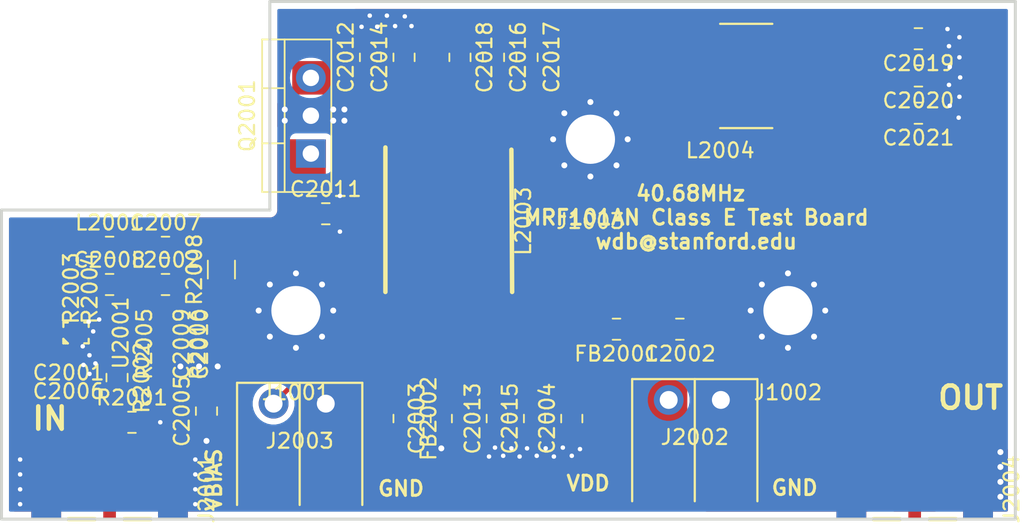
<source format=kicad_pcb>
(kicad_pcb (version 20171130) (host pcbnew 5.1.4-e60b266~84~ubuntu18.04.1)

  (general
    (thickness 1.6)
    (drawings 13)
    (tracks 124)
    (zones 0)
    (modules 43)
    (nets 18)
  )

  (page A4)
  (layers
    (0 F.Cu signal)
    (31 B.Cu signal)
    (32 B.Adhes user)
    (33 F.Adhes user)
    (34 B.Paste user)
    (35 F.Paste user)
    (36 B.SilkS user)
    (37 F.SilkS user)
    (38 B.Mask user)
    (39 F.Mask user)
    (40 Dwgs.User user)
    (41 Cmts.User user)
    (42 Eco1.User user)
    (43 Eco2.User user)
    (44 Edge.Cuts user)
    (45 Margin user)
    (46 B.CrtYd user)
    (47 F.CrtYd user)
    (48 B.Fab user)
    (49 F.Fab user hide)
  )

  (setup
    (last_trace_width 0.48)
    (user_trace_width 0.16)
    (user_trace_width 0.2)
    (user_trace_width 0.24)
    (user_trace_width 0.32)
    (user_trace_width 0.48)
    (trace_clearance 0.16)
    (zone_clearance 0.4)
    (zone_45_only no)
    (trace_min 0.16)
    (via_size 0.6)
    (via_drill 0.3)
    (via_min_size 0.6)
    (via_min_drill 0.3)
    (user_via 0.6 0.3)
    (user_via 0.8 0.4)
    (uvia_size 0.3)
    (uvia_drill 0.1)
    (uvias_allowed no)
    (uvia_min_size 0.2)
    (uvia_min_drill 0.1)
    (edge_width 0.2)
    (segment_width 0.2)
    (pcb_text_width 0.3)
    (pcb_text_size 1.5 1.5)
    (mod_edge_width 0.15)
    (mod_text_size 1 1)
    (mod_text_width 0.15)
    (pad_size 1.524 1.524)
    (pad_drill 0.762)
    (pad_to_mask_clearance 0.051)
    (solder_mask_min_width 0.25)
    (aux_axis_origin 0 0)
    (visible_elements FFF9FF7F)
    (pcbplotparams
      (layerselection 0x010f0_ffffffff)
      (usegerberextensions false)
      (usegerberattributes false)
      (usegerberadvancedattributes false)
      (creategerberjobfile false)
      (excludeedgelayer true)
      (linewidth 0.100000)
      (plotframeref false)
      (viasonmask false)
      (mode 1)
      (useauxorigin false)
      (hpglpennumber 1)
      (hpglpenspeed 20)
      (hpglpendiameter 15.000000)
      (psnegative false)
      (psa4output false)
      (plotreference false)
      (plotvalue false)
      (plotinvisibletext false)
      (padsonsilk false)
      (subtractmaskfromsilk false)
      (outputformat 1)
      (mirror false)
      (drillshape 0)
      (scaleselection 1)
      (outputdirectory "../../gerbers/class-E/"))
  )

  (net 0 "")
  (net 1 GND)
  (net 2 "Net-(C2007-Pad1)")
  (net 3 "Net-(C2009-Pad2)")
  (net 4 /Amp/VBIAS)
  (net 5 /Amp/VDD)
  (net 6 +5V)
  (net 7 +24V)
  (net 8 "Net-(C2008-Pad1)")
  (net 9 "Net-(C2016-Pad1)")
  (net 10 "Net-(J2001-Pad1)")
  (net 11 "Net-(L2001-Pad1)")
  (net 12 "Net-(R2002-Pad1)")
  (net 13 "Net-(R2003-Pad2)")
  (net 14 "Net-(C2008-Pad2)")
  (net 15 /Amp/VSW)
  (net 16 /Amp/VOUT)
  (net 17 /Amp/Vg)

  (net_class Default "This is the default net class."
    (clearance 0.16)
    (trace_width 0.16)
    (via_dia 0.6)
    (via_drill 0.3)
    (uvia_dia 0.3)
    (uvia_drill 0.1)
    (add_net +24V)
    (add_net +5V)
    (add_net /Amp/VBIAS)
    (add_net /Amp/VDD)
    (add_net /Amp/VOUT)
    (add_net /Amp/VSW)
    (add_net /Amp/Vg)
    (add_net GND)
    (add_net "Net-(C2007-Pad1)")
    (add_net "Net-(C2008-Pad1)")
    (add_net "Net-(C2008-Pad2)")
    (add_net "Net-(C2009-Pad2)")
    (add_net "Net-(C2016-Pad1)")
    (add_net "Net-(J2001-Pad1)")
    (add_net "Net-(L2001-Pad1)")
    (add_net "Net-(R2002-Pad1)")
    (add_net "Net-(R2003-Pad2)")
  )

  (module wbraun_smd:SMA-Edge (layer F.Cu) (tedit 58AA7E27) (tstamp 5CED7363)
    (at 49.25 84.5 90)
    (path /5CBE519A/5CC8D153)
    (fp_text reference J2001 (at -0.25 6.5 90) (layer F.SilkS)
      (effects (font (size 1 1) (thickness 0.15)))
    )
    (fp_text value Conn_Coaxial (at 0.5 -7.5 90) (layer F.Fab)
      (effects (font (size 1 1) (thickness 0.15)))
    )
    (fp_line (start -2.25 1) (end -2.25 2.75) (layer F.SilkS) (width 0.3))
    (fp_line (start -2.25 -2.75) (end -2.25 -1) (layer F.SilkS) (width 0.3))
    (pad 1 smd rect (at 0 0 270) (size 4.56 0.85) (layers F.Cu F.Mask)
      (net 10 "Net-(J2001-Pad1)"))
    (pad 2 smd rect (at 0 -4.25 270) (size 4.56 2) (layers F.Cu F.Mask)
      (net 1 GND))
    (pad 2 smd rect (at 0 4.25 270) (size 4.56 2) (layers F.Cu F.Mask)
      (net 1 GND))
    (pad 2 smd rect (at 0 -4.25 270) (size 4.56 2) (layers B.Cu B.Mask)
      (net 1 GND))
    (pad 2 smd rect (at 0 4.25 270) (size 4.56 2) (layers B.Cu B.Mask)
      (net 1 GND))
  )

  (module wbraun_smd:SMA-Edge (layer F.Cu) (tedit 58AA7E27) (tstamp 5CED736E)
    (at 103.25 84.5 90)
    (path /5CBE519A/5CC8D4E0)
    (fp_text reference J2004 (at -0.25 6.5 90) (layer F.SilkS)
      (effects (font (size 1 1) (thickness 0.15)))
    )
    (fp_text value Conn_Coaxial (at 0.5 -7.5 90) (layer F.Fab)
      (effects (font (size 1 1) (thickness 0.15)))
    )
    (fp_line (start -2.25 -2.75) (end -2.25 -1) (layer F.SilkS) (width 0.3))
    (fp_line (start -2.25 1) (end -2.25 2.75) (layer F.SilkS) (width 0.3))
    (pad 2 smd rect (at 0 4.25 270) (size 4.56 2) (layers B.Cu B.Mask)
      (net 1 GND))
    (pad 2 smd rect (at 0 -4.25 270) (size 4.56 2) (layers B.Cu B.Mask)
      (net 1 GND))
    (pad 2 smd rect (at 0 4.25 270) (size 4.56 2) (layers F.Cu F.Mask)
      (net 1 GND))
    (pad 2 smd rect (at 0 -4.25 270) (size 4.56 2) (layers F.Cu F.Mask)
      (net 1 GND))
    (pad 1 smd rect (at 0 0 270) (size 4.56 0.85) (layers F.Cu F.Mask)
      (net 16 /Amp/VOUT))
  )

  (module Package_TO_SOT_THT:TO-220-3_Vertical (layer F.Cu) (tedit 5AC8BA0D) (tstamp 5CED73C0)
    (at 62.75 62.21 90)
    (descr "TO-220-3, Vertical, RM 2.54mm, see https://www.vishay.com/docs/66542/to-220-1.pdf")
    (tags "TO-220-3 Vertical RM 2.54mm")
    (path /5CBE519A/5CBE5820)
    (fp_text reference Q2001 (at 2.54 -4.27 90) (layer F.SilkS)
      (effects (font (size 1 1) (thickness 0.15)))
    )
    (fp_text value MRF101AN (at 2.54 2.5 90) (layer F.Fab)
      (effects (font (size 1 1) (thickness 0.15)))
    )
    (fp_line (start -2.46 -3.15) (end -2.46 1.25) (layer F.Fab) (width 0.1))
    (fp_line (start -2.46 1.25) (end 7.54 1.25) (layer F.Fab) (width 0.1))
    (fp_line (start 7.54 1.25) (end 7.54 -3.15) (layer F.Fab) (width 0.1))
    (fp_line (start 7.54 -3.15) (end -2.46 -3.15) (layer F.Fab) (width 0.1))
    (fp_line (start -2.46 -1.88) (end 7.54 -1.88) (layer F.Fab) (width 0.1))
    (fp_line (start 0.69 -3.15) (end 0.69 -1.88) (layer F.Fab) (width 0.1))
    (fp_line (start 4.39 -3.15) (end 4.39 -1.88) (layer F.Fab) (width 0.1))
    (fp_line (start -2.58 -3.27) (end 7.66 -3.27) (layer F.SilkS) (width 0.12))
    (fp_line (start -2.58 1.371) (end 7.66 1.371) (layer F.SilkS) (width 0.12))
    (fp_line (start -2.58 -3.27) (end -2.58 1.371) (layer F.SilkS) (width 0.12))
    (fp_line (start 7.66 -3.27) (end 7.66 1.371) (layer F.SilkS) (width 0.12))
    (fp_line (start -2.58 -1.76) (end 7.66 -1.76) (layer F.SilkS) (width 0.12))
    (fp_line (start 0.69 -3.27) (end 0.69 -1.76) (layer F.SilkS) (width 0.12))
    (fp_line (start 4.391 -3.27) (end 4.391 -1.76) (layer F.SilkS) (width 0.12))
    (fp_line (start -2.71 -3.4) (end -2.71 1.51) (layer F.CrtYd) (width 0.05))
    (fp_line (start -2.71 1.51) (end 7.79 1.51) (layer F.CrtYd) (width 0.05))
    (fp_line (start 7.79 1.51) (end 7.79 -3.4) (layer F.CrtYd) (width 0.05))
    (fp_line (start 7.79 -3.4) (end -2.71 -3.4) (layer F.CrtYd) (width 0.05))
    (fp_text user %R (at 2.54 -4.27 90) (layer F.Fab)
      (effects (font (size 1 1) (thickness 0.15)))
    )
    (pad 1 thru_hole rect (at 0 0 90) (size 1.905 2) (drill 1.1) (layers *.Cu *.Mask)
      (net 17 /Amp/Vg))
    (pad 2 thru_hole oval (at 2.54 0 90) (size 1.905 2) (drill 1.1) (layers *.Cu *.Mask)
      (net 1 GND))
    (pad 3 thru_hole oval (at 5.08 0 90) (size 1.905 2) (drill 1.1) (layers *.Cu *.Mask)
      (net 15 /Amp/VSW))
    (model ${KISYS3DMOD}/Package_TO_SOT_THT.3dshapes/TO-220-3_Vertical.wrl
      (at (xyz 0 0 0))
      (scale (xyz 1 1 1))
      (rotate (xyz 0 0 0))
    )
  )

  (module wbraun_smd:M3-tight-fit-socket-head locked (layer F.Cu) (tedit 5CC8CD2B) (tstamp 5CF9B1E6)
    (at 61.75 72.75)
    (tags "mounting hole")
    (path /5CC93C8D)
    (fp_text reference J1001 (at 0 5.5) (layer F.SilkS)
      (effects (font (size 1 1) (thickness 0.15)))
    )
    (fp_text value mounting-hole-grounded (at 0.5 -3.5) (layer F.Fab)
      (effects (font (size 1 1) (thickness 0.15)))
    )
    (fp_circle (center 0 0) (end 3.5 0) (layer F.CrtYd) (width 0.3))
    (fp_circle (center 0 0) (end 3.5 0) (layer B.CrtYd) (width 0.3))
    (pad 1 thru_hole circle (at 0 0) (size 6.4 6.4) (drill 3.3) (layers *.Cu *.Mask)
      (net 1 GND))
    (pad 1 thru_hole circle (at 2.5 0) (size 0.8 0.8) (drill 0.4) (layers *.Cu *.Mask)
      (net 1 GND))
    (pad 1 thru_hole circle (at 1.75 -1.75) (size 0.8 0.8) (drill 0.4) (layers *.Cu *.Mask)
      (net 1 GND))
    (pad 1 thru_hole circle (at 0 -2.5) (size 0.8 0.8) (drill 0.4) (layers *.Cu *.Mask)
      (net 1 GND))
    (pad 1 thru_hole circle (at -2.5 0) (size 0.8 0.8) (drill 0.4) (layers *.Cu *.Mask)
      (net 1 GND))
    (pad 1 thru_hole circle (at 0 2.5) (size 0.8 0.8) (drill 0.4) (layers *.Cu *.Mask)
      (net 1 GND))
    (pad 1 thru_hole circle (at -1.75 1.75) (size 0.8 0.8) (drill 0.4) (layers *.Cu *.Mask)
      (net 1 GND))
    (pad 1 thru_hole circle (at -1.75 -1.75) (size 0.8 0.8) (drill 0.4) (layers *.Cu *.Mask)
      (net 1 GND))
    (pad 1 thru_hole circle (at 1.75 1.75) (size 0.8 0.8) (drill 0.4) (layers *.Cu *.Mask)
      (net 1 GND))
  )

  (module wbraun_smd:M3-tight-fit-socket-head locked (layer F.Cu) (tedit 5CC8CD2B) (tstamp 5D12559F)
    (at 94.75 72.75)
    (tags "mounting hole")
    (path /5CC93C14)
    (fp_text reference J1002 (at 0 5.5) (layer F.SilkS)
      (effects (font (size 1 1) (thickness 0.15)))
    )
    (fp_text value mounting-hole-grounded (at 0.5 -3.5) (layer F.Fab)
      (effects (font (size 1 1) (thickness 0.15)))
    )
    (fp_circle (center 0 0) (end 3.5 0) (layer B.CrtYd) (width 0.3))
    (fp_circle (center 0 0) (end 3.5 0) (layer F.CrtYd) (width 0.3))
    (pad 1 thru_hole circle (at 1.75 1.75) (size 0.8 0.8) (drill 0.4) (layers *.Cu *.Mask)
      (net 1 GND))
    (pad 1 thru_hole circle (at -1.75 -1.75) (size 0.8 0.8) (drill 0.4) (layers *.Cu *.Mask)
      (net 1 GND))
    (pad 1 thru_hole circle (at -1.75 1.75) (size 0.8 0.8) (drill 0.4) (layers *.Cu *.Mask)
      (net 1 GND))
    (pad 1 thru_hole circle (at 0 2.5) (size 0.8 0.8) (drill 0.4) (layers *.Cu *.Mask)
      (net 1 GND))
    (pad 1 thru_hole circle (at -2.5 0) (size 0.8 0.8) (drill 0.4) (layers *.Cu *.Mask)
      (net 1 GND))
    (pad 1 thru_hole circle (at 0 -2.5) (size 0.8 0.8) (drill 0.4) (layers *.Cu *.Mask)
      (net 1 GND))
    (pad 1 thru_hole circle (at 1.75 -1.75) (size 0.8 0.8) (drill 0.4) (layers *.Cu *.Mask)
      (net 1 GND))
    (pad 1 thru_hole circle (at 2.5 0) (size 0.8 0.8) (drill 0.4) (layers *.Cu *.Mask)
      (net 1 GND))
    (pad 1 thru_hole circle (at 0 0) (size 6.4 6.4) (drill 3.3) (layers *.Cu *.Mask)
      (net 1 GND))
  )

  (module wbraun_smd:M3-tight-fit-socket-head locked (layer F.Cu) (tedit 5CC8CD2B) (tstamp 5CF9B1AD)
    (at 81.5 61.25)
    (tags "mounting hole")
    (path /5CC93BB2)
    (fp_text reference J1003 (at 0 5.5) (layer F.SilkS)
      (effects (font (size 1 1) (thickness 0.15)))
    )
    (fp_text value mounting-hole-grounded (at 0.5 -3.5) (layer F.Fab)
      (effects (font (size 1 1) (thickness 0.15)))
    )
    (fp_circle (center 0 0) (end 3.5 0) (layer F.CrtYd) (width 0.3))
    (fp_circle (center 0 0) (end 3.5 0) (layer B.CrtYd) (width 0.3))
    (pad 1 thru_hole circle (at 0 0) (size 6.4 6.4) (drill 3.3) (layers *.Cu *.Mask)
      (net 1 GND))
    (pad 1 thru_hole circle (at 2.5 0) (size 0.8 0.8) (drill 0.4) (layers *.Cu *.Mask)
      (net 1 GND))
    (pad 1 thru_hole circle (at 1.75 -1.75) (size 0.8 0.8) (drill 0.4) (layers *.Cu *.Mask)
      (net 1 GND))
    (pad 1 thru_hole circle (at 0 -2.5) (size 0.8 0.8) (drill 0.4) (layers *.Cu *.Mask)
      (net 1 GND))
    (pad 1 thru_hole circle (at -2.5 0) (size 0.8 0.8) (drill 0.4) (layers *.Cu *.Mask)
      (net 1 GND))
    (pad 1 thru_hole circle (at 0 2.5) (size 0.8 0.8) (drill 0.4) (layers *.Cu *.Mask)
      (net 1 GND))
    (pad 1 thru_hole circle (at -1.75 1.75) (size 0.8 0.8) (drill 0.4) (layers *.Cu *.Mask)
      (net 1 GND))
    (pad 1 thru_hole circle (at -1.75 -1.75) (size 0.8 0.8) (drill 0.4) (layers *.Cu *.Mask)
      (net 1 GND))
    (pad 1 thru_hole circle (at 1.75 1.75) (size 0.8 0.8) (drill 0.4) (layers *.Cu *.Mask)
      (net 1 GND))
  )

  (module wbraun_smd:Terminal-block-plug_2x1_3.5mm-pitch (layer F.Cu) (tedit 5C4539EA) (tstamp 5D1252BF)
    (at 88.5 78.75 180)
    (tags "connector header terminal block")
    (path /5CBE519A/5CC9F05F)
    (fp_text reference J2002 (at 0 -2.5 180) (layer F.SilkS)
      (effects (font (size 1 1) (thickness 0.15)))
    )
    (fp_text value Conn_01x02_Female (at -0.5 -5 180) (layer F.Fab)
      (effects (font (size 1 1) (thickness 0.15)))
    )
    (fp_line (start 0 1.4) (end 0 -6.8) (layer F.SilkS) (width 0.15))
    (fp_line (start -4.2 1.4) (end -4.2 -8) (layer F.Fab) (width 0.15))
    (fp_line (start 4.2 1.4) (end 4.2 -8) (layer F.Fab) (width 0.15))
    (fp_line (start 4.2 -8) (end -4.2 -8) (layer F.Fab) (width 0.15))
    (fp_line (start -4.2 1.4) (end 4.2 1.4) (layer F.SilkS) (width 0.15))
    (fp_line (start 4.2 1.4) (end 4.2 -6.8) (layer F.SilkS) (width 0.15))
    (fp_line (start -4.2 -6.8) (end -4.2 1.4) (layer F.SilkS) (width 0.15))
    (fp_line (start -4.2 1.4) (end 4.2 1.4) (layer F.Fab) (width 0.15))
    (fp_line (start -4.7 1.9) (end -4.7 -8.5) (layer F.CrtYd) (width 0.15))
    (fp_line (start -4.7 -8.5) (end 4.7 -8.5) (layer F.CrtYd) (width 0.15))
    (fp_line (start 4.7 -8.5) (end 4.7 1.9) (layer F.CrtYd) (width 0.15))
    (fp_line (start 4.7 1.9) (end -4.7 1.9) (layer F.CrtYd) (width 0.15))
    (pad 1 thru_hole circle (at -1.75 0 180) (size 2 2) (drill 1.2) (layers *.Cu *.Mask)
      (net 1 GND))
    (pad 2 thru_hole circle (at 1.75 0 180) (size 2 2) (drill 1.2) (layers *.Cu *.Mask)
      (net 5 /Amp/VDD))
  )

  (module wbraun_smd:Terminal-block-plug_2x1_3.5mm-pitch (layer F.Cu) (tedit 5C4539EA) (tstamp 5D1252D1)
    (at 62 79 180)
    (tags "connector header terminal block")
    (path /5CBE519A/5CC9F34E)
    (fp_text reference J2003 (at 0 -2.5 180) (layer F.SilkS)
      (effects (font (size 1 1) (thickness 0.15)))
    )
    (fp_text value Conn_01x02_Female (at -0.5 -5 180) (layer F.Fab)
      (effects (font (size 1 1) (thickness 0.15)))
    )
    (fp_line (start 4.7 1.9) (end -4.7 1.9) (layer F.CrtYd) (width 0.15))
    (fp_line (start 4.7 -8.5) (end 4.7 1.9) (layer F.CrtYd) (width 0.15))
    (fp_line (start -4.7 -8.5) (end 4.7 -8.5) (layer F.CrtYd) (width 0.15))
    (fp_line (start -4.7 1.9) (end -4.7 -8.5) (layer F.CrtYd) (width 0.15))
    (fp_line (start -4.2 1.4) (end 4.2 1.4) (layer F.Fab) (width 0.15))
    (fp_line (start -4.2 -6.8) (end -4.2 1.4) (layer F.SilkS) (width 0.15))
    (fp_line (start 4.2 1.4) (end 4.2 -6.8) (layer F.SilkS) (width 0.15))
    (fp_line (start -4.2 1.4) (end 4.2 1.4) (layer F.SilkS) (width 0.15))
    (fp_line (start 4.2 -8) (end -4.2 -8) (layer F.Fab) (width 0.15))
    (fp_line (start 4.2 1.4) (end 4.2 -8) (layer F.Fab) (width 0.15))
    (fp_line (start -4.2 1.4) (end -4.2 -8) (layer F.Fab) (width 0.15))
    (fp_line (start 0 1.4) (end 0 -6.8) (layer F.SilkS) (width 0.15))
    (pad 2 thru_hole circle (at 1.75 0 180) (size 2 2) (drill 1.2) (layers *.Cu *.Mask)
      (net 4 /Amp/VBIAS))
    (pad 1 thru_hole circle (at -1.75 0 180) (size 2 2) (drill 1.2) (layers *.Cu *.Mask)
      (net 1 GND))
  )

  (module Capacitor_SMD:C_0402_1005Metric (layer F.Cu) (tedit 5B301BBE) (tstamp 5DA6CA74)
    (at 46.5 75.75 180)
    (descr "Capacitor SMD 0402 (1005 Metric), square (rectangular) end terminal, IPC_7351 nominal, (Body size source: http://www.tortai-tech.com/upload/download/2011102023233369053.pdf), generated with kicad-footprint-generator")
    (tags capacitor)
    (path /5CBE519A/5DA77D52)
    (attr smd)
    (fp_text reference C2001 (at 0 -1.17) (layer F.SilkS)
      (effects (font (size 1 1) (thickness 0.15)))
    )
    (fp_text value 0.1u (at 0 1.17) (layer F.Fab)
      (effects (font (size 1 1) (thickness 0.15)))
    )
    (fp_line (start -0.5 0.25) (end -0.5 -0.25) (layer F.Fab) (width 0.1))
    (fp_line (start -0.5 -0.25) (end 0.5 -0.25) (layer F.Fab) (width 0.1))
    (fp_line (start 0.5 -0.25) (end 0.5 0.25) (layer F.Fab) (width 0.1))
    (fp_line (start 0.5 0.25) (end -0.5 0.25) (layer F.Fab) (width 0.1))
    (fp_line (start -0.93 0.47) (end -0.93 -0.47) (layer F.CrtYd) (width 0.05))
    (fp_line (start -0.93 -0.47) (end 0.93 -0.47) (layer F.CrtYd) (width 0.05))
    (fp_line (start 0.93 -0.47) (end 0.93 0.47) (layer F.CrtYd) (width 0.05))
    (fp_line (start 0.93 0.47) (end -0.93 0.47) (layer F.CrtYd) (width 0.05))
    (fp_text user %R (at 0 0) (layer F.Fab)
      (effects (font (size 0.25 0.25) (thickness 0.04)))
    )
    (pad 1 smd roundrect (at -0.485 0 180) (size 0.59 0.64) (layers F.Cu F.Paste F.Mask) (roundrect_rratio 0.25)
      (net 1 GND))
    (pad 2 smd roundrect (at 0.485 0 180) (size 0.59 0.64) (layers F.Cu F.Paste F.Mask) (roundrect_rratio 0.25)
      (net 6 +5V))
    (model ${KISYS3DMOD}/Capacitor_SMD.3dshapes/C_0402_1005Metric.wrl
      (at (xyz 0 0 0))
      (scale (xyz 1 1 1))
      (rotate (xyz 0 0 0))
    )
  )

  (module Capacitor_SMD:C_0805_2012Metric (layer F.Cu) (tedit 5B36C52B) (tstamp 5DA6CA85)
    (at 87.5 74 180)
    (descr "Capacitor SMD 0805 (2012 Metric), square (rectangular) end terminal, IPC_7351 nominal, (Body size source: https://docs.google.com/spreadsheets/d/1BsfQQcO9C6DZCsRaXUlFlo91Tg2WpOkGARC1WS5S8t0/edit?usp=sharing), generated with kicad-footprint-generator")
    (tags capacitor)
    (path /5CBE519A/5DB624E5)
    (attr smd)
    (fp_text reference C2002 (at 0 -1.65) (layer F.SilkS)
      (effects (font (size 1 1) (thickness 0.15)))
    )
    (fp_text value 1u (at 0 1.65) (layer F.Fab)
      (effects (font (size 1 1) (thickness 0.15)))
    )
    (fp_text user %R (at 0 0) (layer F.Fab)
      (effects (font (size 0.5 0.5) (thickness 0.08)))
    )
    (fp_line (start 1.68 0.95) (end -1.68 0.95) (layer F.CrtYd) (width 0.05))
    (fp_line (start 1.68 -0.95) (end 1.68 0.95) (layer F.CrtYd) (width 0.05))
    (fp_line (start -1.68 -0.95) (end 1.68 -0.95) (layer F.CrtYd) (width 0.05))
    (fp_line (start -1.68 0.95) (end -1.68 -0.95) (layer F.CrtYd) (width 0.05))
    (fp_line (start -0.258578 0.71) (end 0.258578 0.71) (layer F.SilkS) (width 0.12))
    (fp_line (start -0.258578 -0.71) (end 0.258578 -0.71) (layer F.SilkS) (width 0.12))
    (fp_line (start 1 0.6) (end -1 0.6) (layer F.Fab) (width 0.1))
    (fp_line (start 1 -0.6) (end 1 0.6) (layer F.Fab) (width 0.1))
    (fp_line (start -1 -0.6) (end 1 -0.6) (layer F.Fab) (width 0.1))
    (fp_line (start -1 0.6) (end -1 -0.6) (layer F.Fab) (width 0.1))
    (pad 2 smd roundrect (at 0.9375 0 180) (size 0.975 1.4) (layers F.Cu F.Paste F.Mask) (roundrect_rratio 0.25)
      (net 5 /Amp/VDD))
    (pad 1 smd roundrect (at -0.9375 0 180) (size 0.975 1.4) (layers F.Cu F.Paste F.Mask) (roundrect_rratio 0.25)
      (net 1 GND))
    (model ${KISYS3DMOD}/Capacitor_SMD.3dshapes/C_0805_2012Metric.wrl
      (at (xyz 0 0 0))
      (scale (xyz 1 1 1))
      (rotate (xyz 0 0 0))
    )
  )

  (module Capacitor_SMD:C_0805_2012Metric (layer F.Cu) (tedit 5B36C52B) (tstamp 5DA6CA96)
    (at 71.5 80 90)
    (descr "Capacitor SMD 0805 (2012 Metric), square (rectangular) end terminal, IPC_7351 nominal, (Body size source: https://docs.google.com/spreadsheets/d/1BsfQQcO9C6DZCsRaXUlFlo91Tg2WpOkGARC1WS5S8t0/edit?usp=sharing), generated with kicad-footprint-generator")
    (tags capacitor)
    (path /5CBE519A/5DB5FC4C)
    (attr smd)
    (fp_text reference C2003 (at 0 -1.65 90) (layer F.SilkS)
      (effects (font (size 1 1) (thickness 0.15)))
    )
    (fp_text value 1u (at 0 1.65 90) (layer F.Fab)
      (effects (font (size 1 1) (thickness 0.15)))
    )
    (fp_text user %R (at 0 0 90) (layer F.Fab)
      (effects (font (size 0.5 0.5) (thickness 0.08)))
    )
    (fp_line (start 1.68 0.95) (end -1.68 0.95) (layer F.CrtYd) (width 0.05))
    (fp_line (start 1.68 -0.95) (end 1.68 0.95) (layer F.CrtYd) (width 0.05))
    (fp_line (start -1.68 -0.95) (end 1.68 -0.95) (layer F.CrtYd) (width 0.05))
    (fp_line (start -1.68 0.95) (end -1.68 -0.95) (layer F.CrtYd) (width 0.05))
    (fp_line (start -0.258578 0.71) (end 0.258578 0.71) (layer F.SilkS) (width 0.12))
    (fp_line (start -0.258578 -0.71) (end 0.258578 -0.71) (layer F.SilkS) (width 0.12))
    (fp_line (start 1 0.6) (end -1 0.6) (layer F.Fab) (width 0.1))
    (fp_line (start 1 -0.6) (end 1 0.6) (layer F.Fab) (width 0.1))
    (fp_line (start -1 -0.6) (end 1 -0.6) (layer F.Fab) (width 0.1))
    (fp_line (start -1 0.6) (end -1 -0.6) (layer F.Fab) (width 0.1))
    (pad 2 smd roundrect (at 0.9375 0 90) (size 0.975 1.4) (layers F.Cu F.Paste F.Mask) (roundrect_rratio 0.25)
      (net 4 /Amp/VBIAS))
    (pad 1 smd roundrect (at -0.9375 0 90) (size 0.975 1.4) (layers F.Cu F.Paste F.Mask) (roundrect_rratio 0.25)
      (net 1 GND))
    (model ${KISYS3DMOD}/Capacitor_SMD.3dshapes/C_0805_2012Metric.wrl
      (at (xyz 0 0 0))
      (scale (xyz 1 1 1))
      (rotate (xyz 0 0 0))
    )
  )

  (module Capacitor_SMD:C_0805_2012Metric (layer F.Cu) (tedit 5B36C52B) (tstamp 5DA6CAA7)
    (at 80.25 80 90)
    (descr "Capacitor SMD 0805 (2012 Metric), square (rectangular) end terminal, IPC_7351 nominal, (Body size source: https://docs.google.com/spreadsheets/d/1BsfQQcO9C6DZCsRaXUlFlo91Tg2WpOkGARC1WS5S8t0/edit?usp=sharing), generated with kicad-footprint-generator")
    (tags capacitor)
    (path /5CBE519A/5DB624DF)
    (attr smd)
    (fp_text reference C2004 (at 0 -1.65 90) (layer F.SilkS)
      (effects (font (size 1 1) (thickness 0.15)))
    )
    (fp_text value 0.1u (at 0 1.65 90) (layer F.Fab)
      (effects (font (size 1 1) (thickness 0.15)))
    )
    (fp_line (start -1 0.6) (end -1 -0.6) (layer F.Fab) (width 0.1))
    (fp_line (start -1 -0.6) (end 1 -0.6) (layer F.Fab) (width 0.1))
    (fp_line (start 1 -0.6) (end 1 0.6) (layer F.Fab) (width 0.1))
    (fp_line (start 1 0.6) (end -1 0.6) (layer F.Fab) (width 0.1))
    (fp_line (start -0.258578 -0.71) (end 0.258578 -0.71) (layer F.SilkS) (width 0.12))
    (fp_line (start -0.258578 0.71) (end 0.258578 0.71) (layer F.SilkS) (width 0.12))
    (fp_line (start -1.68 0.95) (end -1.68 -0.95) (layer F.CrtYd) (width 0.05))
    (fp_line (start -1.68 -0.95) (end 1.68 -0.95) (layer F.CrtYd) (width 0.05))
    (fp_line (start 1.68 -0.95) (end 1.68 0.95) (layer F.CrtYd) (width 0.05))
    (fp_line (start 1.68 0.95) (end -1.68 0.95) (layer F.CrtYd) (width 0.05))
    (fp_text user %R (at 0 0 90) (layer F.Fab)
      (effects (font (size 0.5 0.5) (thickness 0.08)))
    )
    (pad 1 smd roundrect (at -0.9375 0 90) (size 0.975 1.4) (layers F.Cu F.Paste F.Mask) (roundrect_rratio 0.25)
      (net 1 GND))
    (pad 2 smd roundrect (at 0.9375 0 90) (size 0.975 1.4) (layers F.Cu F.Paste F.Mask) (roundrect_rratio 0.25)
      (net 7 +24V))
    (model ${KISYS3DMOD}/Capacitor_SMD.3dshapes/C_0805_2012Metric.wrl
      (at (xyz 0 0 0))
      (scale (xyz 1 1 1))
      (rotate (xyz 0 0 0))
    )
  )

  (module Capacitor_SMD:C_0805_2012Metric (layer F.Cu) (tedit 5B36C52B) (tstamp 5DA6CAB8)
    (at 55.75 79.5 90)
    (descr "Capacitor SMD 0805 (2012 Metric), square (rectangular) end terminal, IPC_7351 nominal, (Body size source: https://docs.google.com/spreadsheets/d/1BsfQQcO9C6DZCsRaXUlFlo91Tg2WpOkGARC1WS5S8t0/edit?usp=sharing), generated with kicad-footprint-generator")
    (tags capacitor)
    (path /5CBE519A/5DB5FAA4)
    (attr smd)
    (fp_text reference C2005 (at 0 -1.65 90) (layer F.SilkS)
      (effects (font (size 1 1) (thickness 0.15)))
    )
    (fp_text value 1u (at 0 1.65 90) (layer F.Fab)
      (effects (font (size 1 1) (thickness 0.15)))
    )
    (fp_line (start -1 0.6) (end -1 -0.6) (layer F.Fab) (width 0.1))
    (fp_line (start -1 -0.6) (end 1 -0.6) (layer F.Fab) (width 0.1))
    (fp_line (start 1 -0.6) (end 1 0.6) (layer F.Fab) (width 0.1))
    (fp_line (start 1 0.6) (end -1 0.6) (layer F.Fab) (width 0.1))
    (fp_line (start -0.258578 -0.71) (end 0.258578 -0.71) (layer F.SilkS) (width 0.12))
    (fp_line (start -0.258578 0.71) (end 0.258578 0.71) (layer F.SilkS) (width 0.12))
    (fp_line (start -1.68 0.95) (end -1.68 -0.95) (layer F.CrtYd) (width 0.05))
    (fp_line (start -1.68 -0.95) (end 1.68 -0.95) (layer F.CrtYd) (width 0.05))
    (fp_line (start 1.68 -0.95) (end 1.68 0.95) (layer F.CrtYd) (width 0.05))
    (fp_line (start 1.68 0.95) (end -1.68 0.95) (layer F.CrtYd) (width 0.05))
    (fp_text user %R (at 0 0 90) (layer F.Fab)
      (effects (font (size 0.5 0.5) (thickness 0.08)))
    )
    (pad 1 smd roundrect (at -0.9375 0 90) (size 0.975 1.4) (layers F.Cu F.Paste F.Mask) (roundrect_rratio 0.25)
      (net 1 GND))
    (pad 2 smd roundrect (at 0.9375 0 90) (size 0.975 1.4) (layers F.Cu F.Paste F.Mask) (roundrect_rratio 0.25)
      (net 6 +5V))
    (model ${KISYS3DMOD}/Capacitor_SMD.3dshapes/C_0805_2012Metric.wrl
      (at (xyz 0 0 0))
      (scale (xyz 1 1 1))
      (rotate (xyz 0 0 0))
    )
  )

  (module Capacitor_SMD:C_0805_2012Metric (layer F.Cu) (tedit 5B36C52B) (tstamp 5DA6CADA)
    (at 53 68.5)
    (descr "Capacitor SMD 0805 (2012 Metric), square (rectangular) end terminal, IPC_7351 nominal, (Body size source: https://docs.google.com/spreadsheets/d/1BsfQQcO9C6DZCsRaXUlFlo91Tg2WpOkGARC1WS5S8t0/edit?usp=sharing), generated with kicad-footprint-generator")
    (tags capacitor)
    (path /5CBE519A/5DAD8967)
    (attr smd)
    (fp_text reference C2007 (at 0 -1.65) (layer F.SilkS)
      (effects (font (size 1 1) (thickness 0.15)))
    )
    (fp_text value 0.1u (at 0 1.65) (layer F.Fab)
      (effects (font (size 1 1) (thickness 0.15)))
    )
    (fp_text user %R (at 0 0) (layer F.Fab)
      (effects (font (size 0.5 0.5) (thickness 0.08)))
    )
    (fp_line (start 1.68 0.95) (end -1.68 0.95) (layer F.CrtYd) (width 0.05))
    (fp_line (start 1.68 -0.95) (end 1.68 0.95) (layer F.CrtYd) (width 0.05))
    (fp_line (start -1.68 -0.95) (end 1.68 -0.95) (layer F.CrtYd) (width 0.05))
    (fp_line (start -1.68 0.95) (end -1.68 -0.95) (layer F.CrtYd) (width 0.05))
    (fp_line (start -0.258578 0.71) (end 0.258578 0.71) (layer F.SilkS) (width 0.12))
    (fp_line (start -0.258578 -0.71) (end 0.258578 -0.71) (layer F.SilkS) (width 0.12))
    (fp_line (start 1 0.6) (end -1 0.6) (layer F.Fab) (width 0.1))
    (fp_line (start 1 -0.6) (end 1 0.6) (layer F.Fab) (width 0.1))
    (fp_line (start -1 -0.6) (end 1 -0.6) (layer F.Fab) (width 0.1))
    (fp_line (start -1 0.6) (end -1 -0.6) (layer F.Fab) (width 0.1))
    (pad 2 smd roundrect (at 0.9375 0) (size 0.975 1.4) (layers F.Cu F.Paste F.Mask) (roundrect_rratio 0.25)
      (net 17 /Amp/Vg))
    (pad 1 smd roundrect (at -0.9375 0) (size 0.975 1.4) (layers F.Cu F.Paste F.Mask) (roundrect_rratio 0.25)
      (net 2 "Net-(C2007-Pad1)"))
    (model ${KISYS3DMOD}/Capacitor_SMD.3dshapes/C_0805_2012Metric.wrl
      (at (xyz 0 0 0))
      (scale (xyz 1 1 1))
      (rotate (xyz 0 0 0))
    )
  )

  (module Capacitor_SMD:C_0805_2012Metric (layer F.Cu) (tedit 5B36C52B) (tstamp 5DA6CAEB)
    (at 49.25 71)
    (descr "Capacitor SMD 0805 (2012 Metric), square (rectangular) end terminal, IPC_7351 nominal, (Body size source: https://docs.google.com/spreadsheets/d/1BsfQQcO9C6DZCsRaXUlFlo91Tg2WpOkGARC1WS5S8t0/edit?usp=sharing), generated with kicad-footprint-generator")
    (tags capacitor)
    (path /5CBE519A/5DADC609)
    (attr smd)
    (fp_text reference C2008 (at 0 -1.65) (layer F.SilkS)
      (effects (font (size 1 1) (thickness 0.15)))
    )
    (fp_text value DNP (at 0 1.65) (layer F.Fab)
      (effects (font (size 1 1) (thickness 0.15)))
    )
    (fp_text user %R (at 0 0) (layer F.Fab)
      (effects (font (size 0.5 0.5) (thickness 0.08)))
    )
    (fp_line (start 1.68 0.95) (end -1.68 0.95) (layer F.CrtYd) (width 0.05))
    (fp_line (start 1.68 -0.95) (end 1.68 0.95) (layer F.CrtYd) (width 0.05))
    (fp_line (start -1.68 -0.95) (end 1.68 -0.95) (layer F.CrtYd) (width 0.05))
    (fp_line (start -1.68 0.95) (end -1.68 -0.95) (layer F.CrtYd) (width 0.05))
    (fp_line (start -0.258578 0.71) (end 0.258578 0.71) (layer F.SilkS) (width 0.12))
    (fp_line (start -0.258578 -0.71) (end 0.258578 -0.71) (layer F.SilkS) (width 0.12))
    (fp_line (start 1 0.6) (end -1 0.6) (layer F.Fab) (width 0.1))
    (fp_line (start 1 -0.6) (end 1 0.6) (layer F.Fab) (width 0.1))
    (fp_line (start -1 -0.6) (end 1 -0.6) (layer F.Fab) (width 0.1))
    (fp_line (start -1 0.6) (end -1 -0.6) (layer F.Fab) (width 0.1))
    (pad 2 smd roundrect (at 0.9375 0) (size 0.975 1.4) (layers F.Cu F.Paste F.Mask) (roundrect_rratio 0.25)
      (net 14 "Net-(C2008-Pad2)"))
    (pad 1 smd roundrect (at -0.9375 0) (size 0.975 1.4) (layers F.Cu F.Paste F.Mask) (roundrect_rratio 0.25)
      (net 8 "Net-(C2008-Pad1)"))
    (model ${KISYS3DMOD}/Capacitor_SMD.3dshapes/C_0805_2012Metric.wrl
      (at (xyz 0 0 0))
      (scale (xyz 1 1 1))
      (rotate (xyz 0 0 0))
    )
  )

  (module Capacitor_SMD:C_0805_2012Metric (layer F.Cu) (tedit 5B36C52B) (tstamp 5DA6CB1E)
    (at 63.75 66.25)
    (descr "Capacitor SMD 0805 (2012 Metric), square (rectangular) end terminal, IPC_7351 nominal, (Body size source: https://docs.google.com/spreadsheets/d/1BsfQQcO9C6DZCsRaXUlFlo91Tg2WpOkGARC1WS5S8t0/edit?usp=sharing), generated with kicad-footprint-generator")
    (tags capacitor)
    (path /5CBE519A/5DB0D9E1)
    (attr smd)
    (fp_text reference C2011 (at 0 -1.65) (layer F.SilkS)
      (effects (font (size 1 1) (thickness 0.15)))
    )
    (fp_text value DNP (at 0 1.65) (layer F.Fab)
      (effects (font (size 1 1) (thickness 0.15)))
    )
    (fp_line (start -1 0.6) (end -1 -0.6) (layer F.Fab) (width 0.1))
    (fp_line (start -1 -0.6) (end 1 -0.6) (layer F.Fab) (width 0.1))
    (fp_line (start 1 -0.6) (end 1 0.6) (layer F.Fab) (width 0.1))
    (fp_line (start 1 0.6) (end -1 0.6) (layer F.Fab) (width 0.1))
    (fp_line (start -0.258578 -0.71) (end 0.258578 -0.71) (layer F.SilkS) (width 0.12))
    (fp_line (start -0.258578 0.71) (end 0.258578 0.71) (layer F.SilkS) (width 0.12))
    (fp_line (start -1.68 0.95) (end -1.68 -0.95) (layer F.CrtYd) (width 0.05))
    (fp_line (start -1.68 -0.95) (end 1.68 -0.95) (layer F.CrtYd) (width 0.05))
    (fp_line (start 1.68 -0.95) (end 1.68 0.95) (layer F.CrtYd) (width 0.05))
    (fp_line (start 1.68 0.95) (end -1.68 0.95) (layer F.CrtYd) (width 0.05))
    (fp_text user %R (at 0 0) (layer F.Fab)
      (effects (font (size 0.5 0.5) (thickness 0.08)))
    )
    (pad 1 smd roundrect (at -0.9375 0) (size 0.975 1.4) (layers F.Cu F.Paste F.Mask) (roundrect_rratio 0.25)
      (net 17 /Amp/Vg))
    (pad 2 smd roundrect (at 0.9375 0) (size 0.975 1.4) (layers F.Cu F.Paste F.Mask) (roundrect_rratio 0.25)
      (net 1 GND))
    (model ${KISYS3DMOD}/Capacitor_SMD.3dshapes/C_0805_2012Metric.wrl
      (at (xyz 0 0 0))
      (scale (xyz 1 1 1))
      (rotate (xyz 0 0 0))
    )
  )

  (module Capacitor_SMD:C_0805_2012Metric (layer F.Cu) (tedit 5B36C52B) (tstamp 5DA6CB2F)
    (at 66.75 55.75 90)
    (descr "Capacitor SMD 0805 (2012 Metric), square (rectangular) end terminal, IPC_7351 nominal, (Body size source: https://docs.google.com/spreadsheets/d/1BsfQQcO9C6DZCsRaXUlFlo91Tg2WpOkGARC1WS5S8t0/edit?usp=sharing), generated with kicad-footprint-generator")
    (tags capacitor)
    (path /5CBE519A/5DA8DFEC)
    (attr smd)
    (fp_text reference C2012 (at 0 -1.65 90) (layer F.SilkS)
      (effects (font (size 1 1) (thickness 0.15)))
    )
    (fp_text value 47p (at 0 1.65 90) (layer F.Fab)
      (effects (font (size 1 1) (thickness 0.15)))
    )
    (fp_line (start -1 0.6) (end -1 -0.6) (layer F.Fab) (width 0.1))
    (fp_line (start -1 -0.6) (end 1 -0.6) (layer F.Fab) (width 0.1))
    (fp_line (start 1 -0.6) (end 1 0.6) (layer F.Fab) (width 0.1))
    (fp_line (start 1 0.6) (end -1 0.6) (layer F.Fab) (width 0.1))
    (fp_line (start -0.258578 -0.71) (end 0.258578 -0.71) (layer F.SilkS) (width 0.12))
    (fp_line (start -0.258578 0.71) (end 0.258578 0.71) (layer F.SilkS) (width 0.12))
    (fp_line (start -1.68 0.95) (end -1.68 -0.95) (layer F.CrtYd) (width 0.05))
    (fp_line (start -1.68 -0.95) (end 1.68 -0.95) (layer F.CrtYd) (width 0.05))
    (fp_line (start 1.68 -0.95) (end 1.68 0.95) (layer F.CrtYd) (width 0.05))
    (fp_line (start 1.68 0.95) (end -1.68 0.95) (layer F.CrtYd) (width 0.05))
    (fp_text user %R (at 0 0 90) (layer F.Fab)
      (effects (font (size 0.5 0.5) (thickness 0.08)))
    )
    (pad 1 smd roundrect (at -0.9375 0 90) (size 0.975 1.4) (layers F.Cu F.Paste F.Mask) (roundrect_rratio 0.25)
      (net 15 /Amp/VSW))
    (pad 2 smd roundrect (at 0.9375 0 90) (size 0.975 1.4) (layers F.Cu F.Paste F.Mask) (roundrect_rratio 0.25)
      (net 1 GND))
    (model ${KISYS3DMOD}/Capacitor_SMD.3dshapes/C_0805_2012Metric.wrl
      (at (xyz 0 0 0))
      (scale (xyz 1 1 1))
      (rotate (xyz 0 0 0))
    )
  )

  (module Capacitor_SMD:C_0805_2012Metric (layer F.Cu) (tedit 5B36C52B) (tstamp 5DA6CB40)
    (at 75.25 80 90)
    (descr "Capacitor SMD 0805 (2012 Metric), square (rectangular) end terminal, IPC_7351 nominal, (Body size source: https://docs.google.com/spreadsheets/d/1BsfQQcO9C6DZCsRaXUlFlo91Tg2WpOkGARC1WS5S8t0/edit?usp=sharing), generated with kicad-footprint-generator")
    (tags capacitor)
    (path /5CBE519A/5DB605D3)
    (attr smd)
    (fp_text reference C2013 (at 0 -1.65 90) (layer F.SilkS)
      (effects (font (size 1 1) (thickness 0.15)))
    )
    (fp_text value 1n (at 0 1.65 90) (layer F.Fab)
      (effects (font (size 1 1) (thickness 0.15)))
    )
    (fp_line (start -1 0.6) (end -1 -0.6) (layer F.Fab) (width 0.1))
    (fp_line (start -1 -0.6) (end 1 -0.6) (layer F.Fab) (width 0.1))
    (fp_line (start 1 -0.6) (end 1 0.6) (layer F.Fab) (width 0.1))
    (fp_line (start 1 0.6) (end -1 0.6) (layer F.Fab) (width 0.1))
    (fp_line (start -0.258578 -0.71) (end 0.258578 -0.71) (layer F.SilkS) (width 0.12))
    (fp_line (start -0.258578 0.71) (end 0.258578 0.71) (layer F.SilkS) (width 0.12))
    (fp_line (start -1.68 0.95) (end -1.68 -0.95) (layer F.CrtYd) (width 0.05))
    (fp_line (start -1.68 -0.95) (end 1.68 -0.95) (layer F.CrtYd) (width 0.05))
    (fp_line (start 1.68 -0.95) (end 1.68 0.95) (layer F.CrtYd) (width 0.05))
    (fp_line (start 1.68 0.95) (end -1.68 0.95) (layer F.CrtYd) (width 0.05))
    (fp_text user %R (at 0 0 90) (layer F.Fab)
      (effects (font (size 0.5 0.5) (thickness 0.08)))
    )
    (pad 1 smd roundrect (at -0.9375 0 90) (size 0.975 1.4) (layers F.Cu F.Paste F.Mask) (roundrect_rratio 0.25)
      (net 1 GND))
    (pad 2 smd roundrect (at 0.9375 0 90) (size 0.975 1.4) (layers F.Cu F.Paste F.Mask) (roundrect_rratio 0.25)
      (net 7 +24V))
    (model ${KISYS3DMOD}/Capacitor_SMD.3dshapes/C_0805_2012Metric.wrl
      (at (xyz 0 0 0))
      (scale (xyz 1 1 1))
      (rotate (xyz 0 0 0))
    )
  )

  (module Capacitor_SMD:C_0805_2012Metric (layer F.Cu) (tedit 5B36C52B) (tstamp 5DA6CB51)
    (at 69 55.75 90)
    (descr "Capacitor SMD 0805 (2012 Metric), square (rectangular) end terminal, IPC_7351 nominal, (Body size source: https://docs.google.com/spreadsheets/d/1BsfQQcO9C6DZCsRaXUlFlo91Tg2WpOkGARC1WS5S8t0/edit?usp=sharing), generated with kicad-footprint-generator")
    (tags capacitor)
    (path /5CBE519A/5DA8F085)
    (attr smd)
    (fp_text reference C2014 (at 0 -1.65 90) (layer F.SilkS)
      (effects (font (size 1 1) (thickness 0.15)))
    )
    (fp_text value 56p (at 0 1.65 90) (layer F.Fab)
      (effects (font (size 1 1) (thickness 0.15)))
    )
    (fp_text user %R (at 0 0 90) (layer F.Fab)
      (effects (font (size 0.5 0.5) (thickness 0.08)))
    )
    (fp_line (start 1.68 0.95) (end -1.68 0.95) (layer F.CrtYd) (width 0.05))
    (fp_line (start 1.68 -0.95) (end 1.68 0.95) (layer F.CrtYd) (width 0.05))
    (fp_line (start -1.68 -0.95) (end 1.68 -0.95) (layer F.CrtYd) (width 0.05))
    (fp_line (start -1.68 0.95) (end -1.68 -0.95) (layer F.CrtYd) (width 0.05))
    (fp_line (start -0.258578 0.71) (end 0.258578 0.71) (layer F.SilkS) (width 0.12))
    (fp_line (start -0.258578 -0.71) (end 0.258578 -0.71) (layer F.SilkS) (width 0.12))
    (fp_line (start 1 0.6) (end -1 0.6) (layer F.Fab) (width 0.1))
    (fp_line (start 1 -0.6) (end 1 0.6) (layer F.Fab) (width 0.1))
    (fp_line (start -1 -0.6) (end 1 -0.6) (layer F.Fab) (width 0.1))
    (fp_line (start -1 0.6) (end -1 -0.6) (layer F.Fab) (width 0.1))
    (pad 2 smd roundrect (at 0.9375 0 90) (size 0.975 1.4) (layers F.Cu F.Paste F.Mask) (roundrect_rratio 0.25)
      (net 1 GND))
    (pad 1 smd roundrect (at -0.9375 0 90) (size 0.975 1.4) (layers F.Cu F.Paste F.Mask) (roundrect_rratio 0.25)
      (net 15 /Amp/VSW))
    (model ${KISYS3DMOD}/Capacitor_SMD.3dshapes/C_0805_2012Metric.wrl
      (at (xyz 0 0 0))
      (scale (xyz 1 1 1))
      (rotate (xyz 0 0 0))
    )
  )

  (module Capacitor_SMD:C_0805_2012Metric (layer F.Cu) (tedit 5B36C52B) (tstamp 5DA6CB62)
    (at 77.75 80 90)
    (descr "Capacitor SMD 0805 (2012 Metric), square (rectangular) end terminal, IPC_7351 nominal, (Body size source: https://docs.google.com/spreadsheets/d/1BsfQQcO9C6DZCsRaXUlFlo91Tg2WpOkGARC1WS5S8t0/edit?usp=sharing), generated with kicad-footprint-generator")
    (tags capacitor)
    (path /5CBE519A/5DB60136)
    (attr smd)
    (fp_text reference C2015 (at 0 -1.65 90) (layer F.SilkS)
      (effects (font (size 1 1) (thickness 0.15)))
    )
    (fp_text value 0.1u (at 0 1.65 90) (layer F.Fab)
      (effects (font (size 1 1) (thickness 0.15)))
    )
    (fp_line (start -1 0.6) (end -1 -0.6) (layer F.Fab) (width 0.1))
    (fp_line (start -1 -0.6) (end 1 -0.6) (layer F.Fab) (width 0.1))
    (fp_line (start 1 -0.6) (end 1 0.6) (layer F.Fab) (width 0.1))
    (fp_line (start 1 0.6) (end -1 0.6) (layer F.Fab) (width 0.1))
    (fp_line (start -0.258578 -0.71) (end 0.258578 -0.71) (layer F.SilkS) (width 0.12))
    (fp_line (start -0.258578 0.71) (end 0.258578 0.71) (layer F.SilkS) (width 0.12))
    (fp_line (start -1.68 0.95) (end -1.68 -0.95) (layer F.CrtYd) (width 0.05))
    (fp_line (start -1.68 -0.95) (end 1.68 -0.95) (layer F.CrtYd) (width 0.05))
    (fp_line (start 1.68 -0.95) (end 1.68 0.95) (layer F.CrtYd) (width 0.05))
    (fp_line (start 1.68 0.95) (end -1.68 0.95) (layer F.CrtYd) (width 0.05))
    (fp_text user %R (at 0 0 90) (layer F.Fab)
      (effects (font (size 0.5 0.5) (thickness 0.08)))
    )
    (pad 1 smd roundrect (at -0.9375 0 90) (size 0.975 1.4) (layers F.Cu F.Paste F.Mask) (roundrect_rratio 0.25)
      (net 1 GND))
    (pad 2 smd roundrect (at 0.9375 0 90) (size 0.975 1.4) (layers F.Cu F.Paste F.Mask) (roundrect_rratio 0.25)
      (net 7 +24V))
    (model ${KISYS3DMOD}/Capacitor_SMD.3dshapes/C_0805_2012Metric.wrl
      (at (xyz 0 0 0))
      (scale (xyz 1 1 1))
      (rotate (xyz 0 0 0))
    )
  )

  (module Capacitor_SMD:C_0805_2012Metric (layer F.Cu) (tedit 5B36C52B) (tstamp 5DA6CB73)
    (at 75 55.75 270)
    (descr "Capacitor SMD 0805 (2012 Metric), square (rectangular) end terminal, IPC_7351 nominal, (Body size source: https://docs.google.com/spreadsheets/d/1BsfQQcO9C6DZCsRaXUlFlo91Tg2WpOkGARC1WS5S8t0/edit?usp=sharing), generated with kicad-footprint-generator")
    (tags capacitor)
    (path /5CBE519A/5DA91006)
    (attr smd)
    (fp_text reference C2016 (at 0 -1.65 90) (layer F.SilkS)
      (effects (font (size 1 1) (thickness 0.15)))
    )
    (fp_text value 150p (at 0 1.65 90) (layer F.Fab)
      (effects (font (size 1 1) (thickness 0.15)))
    )
    (fp_line (start -1 0.6) (end -1 -0.6) (layer F.Fab) (width 0.1))
    (fp_line (start -1 -0.6) (end 1 -0.6) (layer F.Fab) (width 0.1))
    (fp_line (start 1 -0.6) (end 1 0.6) (layer F.Fab) (width 0.1))
    (fp_line (start 1 0.6) (end -1 0.6) (layer F.Fab) (width 0.1))
    (fp_line (start -0.258578 -0.71) (end 0.258578 -0.71) (layer F.SilkS) (width 0.12))
    (fp_line (start -0.258578 0.71) (end 0.258578 0.71) (layer F.SilkS) (width 0.12))
    (fp_line (start -1.68 0.95) (end -1.68 -0.95) (layer F.CrtYd) (width 0.05))
    (fp_line (start -1.68 -0.95) (end 1.68 -0.95) (layer F.CrtYd) (width 0.05))
    (fp_line (start 1.68 -0.95) (end 1.68 0.95) (layer F.CrtYd) (width 0.05))
    (fp_line (start 1.68 0.95) (end -1.68 0.95) (layer F.CrtYd) (width 0.05))
    (fp_text user %R (at 0 0 90) (layer F.Fab)
      (effects (font (size 0.5 0.5) (thickness 0.08)))
    )
    (pad 1 smd roundrect (at -0.9375 0 270) (size 0.975 1.4) (layers F.Cu F.Paste F.Mask) (roundrect_rratio 0.25)
      (net 9 "Net-(C2016-Pad1)"))
    (pad 2 smd roundrect (at 0.9375 0 270) (size 0.975 1.4) (layers F.Cu F.Paste F.Mask) (roundrect_rratio 0.25)
      (net 15 /Amp/VSW))
    (model ${KISYS3DMOD}/Capacitor_SMD.3dshapes/C_0805_2012Metric.wrl
      (at (xyz 0 0 0))
      (scale (xyz 1 1 1))
      (rotate (xyz 0 0 0))
    )
  )

  (module Capacitor_SMD:C_0805_2012Metric (layer F.Cu) (tedit 5B36C52B) (tstamp 5DA6CB84)
    (at 77.25 55.75 270)
    (descr "Capacitor SMD 0805 (2012 Metric), square (rectangular) end terminal, IPC_7351 nominal, (Body size source: https://docs.google.com/spreadsheets/d/1BsfQQcO9C6DZCsRaXUlFlo91Tg2WpOkGARC1WS5S8t0/edit?usp=sharing), generated with kicad-footprint-generator")
    (tags capacitor)
    (path /5CBE519A/5DA8FB51)
    (attr smd)
    (fp_text reference C2017 (at 0 -1.65 90) (layer F.SilkS)
      (effects (font (size 1 1) (thickness 0.15)))
    )
    (fp_text value 150p (at 0 1.65 90) (layer F.Fab)
      (effects (font (size 1 1) (thickness 0.15)))
    )
    (fp_line (start -1 0.6) (end -1 -0.6) (layer F.Fab) (width 0.1))
    (fp_line (start -1 -0.6) (end 1 -0.6) (layer F.Fab) (width 0.1))
    (fp_line (start 1 -0.6) (end 1 0.6) (layer F.Fab) (width 0.1))
    (fp_line (start 1 0.6) (end -1 0.6) (layer F.Fab) (width 0.1))
    (fp_line (start -0.258578 -0.71) (end 0.258578 -0.71) (layer F.SilkS) (width 0.12))
    (fp_line (start -0.258578 0.71) (end 0.258578 0.71) (layer F.SilkS) (width 0.12))
    (fp_line (start -1.68 0.95) (end -1.68 -0.95) (layer F.CrtYd) (width 0.05))
    (fp_line (start -1.68 -0.95) (end 1.68 -0.95) (layer F.CrtYd) (width 0.05))
    (fp_line (start 1.68 -0.95) (end 1.68 0.95) (layer F.CrtYd) (width 0.05))
    (fp_line (start 1.68 0.95) (end -1.68 0.95) (layer F.CrtYd) (width 0.05))
    (fp_text user %R (at 0 0 90) (layer F.Fab)
      (effects (font (size 0.5 0.5) (thickness 0.08)))
    )
    (pad 1 smd roundrect (at -0.9375 0 270) (size 0.975 1.4) (layers F.Cu F.Paste F.Mask) (roundrect_rratio 0.25)
      (net 9 "Net-(C2016-Pad1)"))
    (pad 2 smd roundrect (at 0.9375 0 270) (size 0.975 1.4) (layers F.Cu F.Paste F.Mask) (roundrect_rratio 0.25)
      (net 15 /Amp/VSW))
    (model ${KISYS3DMOD}/Capacitor_SMD.3dshapes/C_0805_2012Metric.wrl
      (at (xyz 0 0 0))
      (scale (xyz 1 1 1))
      (rotate (xyz 0 0 0))
    )
  )

  (module Capacitor_SMD:C_0805_2012Metric (layer F.Cu) (tedit 5B36C52B) (tstamp 5DA6CB95)
    (at 72.75 55.75 270)
    (descr "Capacitor SMD 0805 (2012 Metric), square (rectangular) end terminal, IPC_7351 nominal, (Body size source: https://docs.google.com/spreadsheets/d/1BsfQQcO9C6DZCsRaXUlFlo91Tg2WpOkGARC1WS5S8t0/edit?usp=sharing), generated with kicad-footprint-generator")
    (tags capacitor)
    (path /5CBE519A/5DA905B5)
    (attr smd)
    (fp_text reference C2018 (at 0 -1.65 90) (layer F.SilkS)
      (effects (font (size 1 1) (thickness 0.15)))
    )
    (fp_text value 47p (at 0 1.65 90) (layer F.Fab)
      (effects (font (size 1 1) (thickness 0.15)))
    )
    (fp_text user %R (at -0.425001 0 90) (layer F.Fab)
      (effects (font (size 0.5 0.5) (thickness 0.08)))
    )
    (fp_line (start 1.68 0.95) (end -1.68 0.95) (layer F.CrtYd) (width 0.05))
    (fp_line (start 1.68 -0.95) (end 1.68 0.95) (layer F.CrtYd) (width 0.05))
    (fp_line (start -1.68 -0.95) (end 1.68 -0.95) (layer F.CrtYd) (width 0.05))
    (fp_line (start -1.68 0.95) (end -1.68 -0.95) (layer F.CrtYd) (width 0.05))
    (fp_line (start -0.258578 0.71) (end 0.258578 0.71) (layer F.SilkS) (width 0.12))
    (fp_line (start -0.258578 -0.71) (end 0.258578 -0.71) (layer F.SilkS) (width 0.12))
    (fp_line (start 1 0.6) (end -1 0.6) (layer F.Fab) (width 0.1))
    (fp_line (start 1 -0.6) (end 1 0.6) (layer F.Fab) (width 0.1))
    (fp_line (start -1 -0.6) (end 1 -0.6) (layer F.Fab) (width 0.1))
    (fp_line (start -1 0.6) (end -1 -0.6) (layer F.Fab) (width 0.1))
    (pad 2 smd roundrect (at 0.9375 0 270) (size 0.975 1.4) (layers F.Cu F.Paste F.Mask) (roundrect_rratio 0.25)
      (net 15 /Amp/VSW))
    (pad 1 smd roundrect (at -0.9375 0 270) (size 0.975 1.4) (layers F.Cu F.Paste F.Mask) (roundrect_rratio 0.25)
      (net 9 "Net-(C2016-Pad1)"))
    (model ${KISYS3DMOD}/Capacitor_SMD.3dshapes/C_0805_2012Metric.wrl
      (at (xyz 0 0 0))
      (scale (xyz 1 1 1))
      (rotate (xyz 0 0 0))
    )
  )

  (module Capacitor_SMD:C_0805_2012Metric (layer F.Cu) (tedit 5B36C52B) (tstamp 5DA6CBA6)
    (at 103.5 54.5 180)
    (descr "Capacitor SMD 0805 (2012 Metric), square (rectangular) end terminal, IPC_7351 nominal, (Body size source: https://docs.google.com/spreadsheets/d/1BsfQQcO9C6DZCsRaXUlFlo91Tg2WpOkGARC1WS5S8t0/edit?usp=sharing), generated with kicad-footprint-generator")
    (tags capacitor)
    (path /5CBE519A/5DA9179B)
    (attr smd)
    (fp_text reference C2019 (at 0 -1.65) (layer F.SilkS)
      (effects (font (size 1 1) (thickness 0.15)))
    )
    (fp_text value 82p (at 0 1.65) (layer F.Fab)
      (effects (font (size 1 1) (thickness 0.15)))
    )
    (fp_text user %R (at 0 0) (layer F.Fab)
      (effects (font (size 0.5 0.5) (thickness 0.08)))
    )
    (fp_line (start 1.68 0.95) (end -1.68 0.95) (layer F.CrtYd) (width 0.05))
    (fp_line (start 1.68 -0.95) (end 1.68 0.95) (layer F.CrtYd) (width 0.05))
    (fp_line (start -1.68 -0.95) (end 1.68 -0.95) (layer F.CrtYd) (width 0.05))
    (fp_line (start -1.68 0.95) (end -1.68 -0.95) (layer F.CrtYd) (width 0.05))
    (fp_line (start -0.258578 0.71) (end 0.258578 0.71) (layer F.SilkS) (width 0.12))
    (fp_line (start -0.258578 -0.71) (end 0.258578 -0.71) (layer F.SilkS) (width 0.12))
    (fp_line (start 1 0.6) (end -1 0.6) (layer F.Fab) (width 0.1))
    (fp_line (start 1 -0.6) (end 1 0.6) (layer F.Fab) (width 0.1))
    (fp_line (start -1 -0.6) (end 1 -0.6) (layer F.Fab) (width 0.1))
    (fp_line (start -1 0.6) (end -1 -0.6) (layer F.Fab) (width 0.1))
    (pad 2 smd roundrect (at 0.9375 0 180) (size 0.975 1.4) (layers F.Cu F.Paste F.Mask) (roundrect_rratio 0.25)
      (net 16 /Amp/VOUT))
    (pad 1 smd roundrect (at -0.9375 0 180) (size 0.975 1.4) (layers F.Cu F.Paste F.Mask) (roundrect_rratio 0.25)
      (net 1 GND))
    (model ${KISYS3DMOD}/Capacitor_SMD.3dshapes/C_0805_2012Metric.wrl
      (at (xyz 0 0 0))
      (scale (xyz 1 1 1))
      (rotate (xyz 0 0 0))
    )
  )

  (module Capacitor_SMD:C_0805_2012Metric (layer F.Cu) (tedit 5B36C52B) (tstamp 5DA6CBB7)
    (at 103.5 57 180)
    (descr "Capacitor SMD 0805 (2012 Metric), square (rectangular) end terminal, IPC_7351 nominal, (Body size source: https://docs.google.com/spreadsheets/d/1BsfQQcO9C6DZCsRaXUlFlo91Tg2WpOkGARC1WS5S8t0/edit?usp=sharing), generated with kicad-footprint-generator")
    (tags capacitor)
    (path /5CBE519A/5DA92495)
    (attr smd)
    (fp_text reference C2020 (at 0 -1.65) (layer F.SilkS)
      (effects (font (size 1 1) (thickness 0.15)))
    )
    (fp_text value 82p (at 0 1.65) (layer F.Fab)
      (effects (font (size 1 1) (thickness 0.15)))
    )
    (fp_text user %R (at 0 0) (layer F.Fab)
      (effects (font (size 0.5 0.5) (thickness 0.08)))
    )
    (fp_line (start 1.68 0.95) (end -1.68 0.95) (layer F.CrtYd) (width 0.05))
    (fp_line (start 1.68 -0.95) (end 1.68 0.95) (layer F.CrtYd) (width 0.05))
    (fp_line (start -1.68 -0.95) (end 1.68 -0.95) (layer F.CrtYd) (width 0.05))
    (fp_line (start -1.68 0.95) (end -1.68 -0.95) (layer F.CrtYd) (width 0.05))
    (fp_line (start -0.258578 0.71) (end 0.258578 0.71) (layer F.SilkS) (width 0.12))
    (fp_line (start -0.258578 -0.71) (end 0.258578 -0.71) (layer F.SilkS) (width 0.12))
    (fp_line (start 1 0.6) (end -1 0.6) (layer F.Fab) (width 0.1))
    (fp_line (start 1 -0.6) (end 1 0.6) (layer F.Fab) (width 0.1))
    (fp_line (start -1 -0.6) (end 1 -0.6) (layer F.Fab) (width 0.1))
    (fp_line (start -1 0.6) (end -1 -0.6) (layer F.Fab) (width 0.1))
    (pad 2 smd roundrect (at 0.9375 0 180) (size 0.975 1.4) (layers F.Cu F.Paste F.Mask) (roundrect_rratio 0.25)
      (net 16 /Amp/VOUT))
    (pad 1 smd roundrect (at -0.9375 0 180) (size 0.975 1.4) (layers F.Cu F.Paste F.Mask) (roundrect_rratio 0.25)
      (net 1 GND))
    (model ${KISYS3DMOD}/Capacitor_SMD.3dshapes/C_0805_2012Metric.wrl
      (at (xyz 0 0 0))
      (scale (xyz 1 1 1))
      (rotate (xyz 0 0 0))
    )
  )

  (module Capacitor_SMD:C_0805_2012Metric (layer F.Cu) (tedit 5B36C52B) (tstamp 5DA6CBC8)
    (at 103.5 59.5 180)
    (descr "Capacitor SMD 0805 (2012 Metric), square (rectangular) end terminal, IPC_7351 nominal, (Body size source: https://docs.google.com/spreadsheets/d/1BsfQQcO9C6DZCsRaXUlFlo91Tg2WpOkGARC1WS5S8t0/edit?usp=sharing), generated with kicad-footprint-generator")
    (tags capacitor)
    (path /5CBE519A/5DA92B60)
    (attr smd)
    (fp_text reference C2021 (at 0 -1.65) (layer F.SilkS)
      (effects (font (size 1 1) (thickness 0.15)))
    )
    (fp_text value 47p (at 0 1.65) (layer F.Fab)
      (effects (font (size 1 1) (thickness 0.15)))
    )
    (fp_line (start -1 0.6) (end -1 -0.6) (layer F.Fab) (width 0.1))
    (fp_line (start -1 -0.6) (end 1 -0.6) (layer F.Fab) (width 0.1))
    (fp_line (start 1 -0.6) (end 1 0.6) (layer F.Fab) (width 0.1))
    (fp_line (start 1 0.6) (end -1 0.6) (layer F.Fab) (width 0.1))
    (fp_line (start -0.258578 -0.71) (end 0.258578 -0.71) (layer F.SilkS) (width 0.12))
    (fp_line (start -0.258578 0.71) (end 0.258578 0.71) (layer F.SilkS) (width 0.12))
    (fp_line (start -1.68 0.95) (end -1.68 -0.95) (layer F.CrtYd) (width 0.05))
    (fp_line (start -1.68 -0.95) (end 1.68 -0.95) (layer F.CrtYd) (width 0.05))
    (fp_line (start 1.68 -0.95) (end 1.68 0.95) (layer F.CrtYd) (width 0.05))
    (fp_line (start 1.68 0.95) (end -1.68 0.95) (layer F.CrtYd) (width 0.05))
    (fp_text user %R (at 0 0) (layer F.Fab)
      (effects (font (size 0.5 0.5) (thickness 0.08)))
    )
    (pad 1 smd roundrect (at -0.9375 0 180) (size 0.975 1.4) (layers F.Cu F.Paste F.Mask) (roundrect_rratio 0.25)
      (net 1 GND))
    (pad 2 smd roundrect (at 0.9375 0 180) (size 0.975 1.4) (layers F.Cu F.Paste F.Mask) (roundrect_rratio 0.25)
      (net 16 /Amp/VOUT))
    (model ${KISYS3DMOD}/Capacitor_SMD.3dshapes/C_0805_2012Metric.wrl
      (at (xyz 0 0 0))
      (scale (xyz 1 1 1))
      (rotate (xyz 0 0 0))
    )
  )

  (module Inductor_SMD:L_0805_2012Metric (layer F.Cu) (tedit 5B36C52B) (tstamp 5DA6CBD9)
    (at 83.25 74 180)
    (descr "Inductor SMD 0805 (2012 Metric), square (rectangular) end terminal, IPC_7351 nominal, (Body size source: https://docs.google.com/spreadsheets/d/1BsfQQcO9C6DZCsRaXUlFlo91Tg2WpOkGARC1WS5S8t0/edit?usp=sharing), generated with kicad-footprint-generator")
    (tags inductor)
    (path /5CBE519A/5DB624B7)
    (attr smd)
    (fp_text reference FB2001 (at 0 -1.65) (layer F.SilkS)
      (effects (font (size 1 1) (thickness 0.15)))
    )
    (fp_text value FILTER (at 0 1.65) (layer F.Fab)
      (effects (font (size 1 1) (thickness 0.15)))
    )
    (fp_text user %R (at 0 0) (layer F.Fab)
      (effects (font (size 0.5 0.5) (thickness 0.08)))
    )
    (fp_line (start 1.68 0.95) (end -1.68 0.95) (layer F.CrtYd) (width 0.05))
    (fp_line (start 1.68 -0.95) (end 1.68 0.95) (layer F.CrtYd) (width 0.05))
    (fp_line (start -1.68 -0.95) (end 1.68 -0.95) (layer F.CrtYd) (width 0.05))
    (fp_line (start -1.68 0.95) (end -1.68 -0.95) (layer F.CrtYd) (width 0.05))
    (fp_line (start -0.258578 0.71) (end 0.258578 0.71) (layer F.SilkS) (width 0.12))
    (fp_line (start -0.258578 -0.71) (end 0.258578 -0.71) (layer F.SilkS) (width 0.12))
    (fp_line (start 1 0.6) (end -1 0.6) (layer F.Fab) (width 0.1))
    (fp_line (start 1 -0.6) (end 1 0.6) (layer F.Fab) (width 0.1))
    (fp_line (start -1 -0.6) (end 1 -0.6) (layer F.Fab) (width 0.1))
    (fp_line (start -1 0.6) (end -1 -0.6) (layer F.Fab) (width 0.1))
    (pad 2 smd roundrect (at 0.9375 0 180) (size 0.975 1.4) (layers F.Cu F.Paste F.Mask) (roundrect_rratio 0.25)
      (net 7 +24V))
    (pad 1 smd roundrect (at -0.9375 0 180) (size 0.975 1.4) (layers F.Cu F.Paste F.Mask) (roundrect_rratio 0.25)
      (net 5 /Amp/VDD))
    (model ${KISYS3DMOD}/Inductor_SMD.3dshapes/L_0805_2012Metric.wrl
      (at (xyz 0 0 0))
      (scale (xyz 1 1 1))
      (rotate (xyz 0 0 0))
    )
  )

  (module Inductor_SMD:L_0805_2012Metric (layer F.Cu) (tedit 5B36C52B) (tstamp 5DA6CBEA)
    (at 69 80 270)
    (descr "Inductor SMD 0805 (2012 Metric), square (rectangular) end terminal, IPC_7351 nominal, (Body size source: https://docs.google.com/spreadsheets/d/1BsfQQcO9C6DZCsRaXUlFlo91Tg2WpOkGARC1WS5S8t0/edit?usp=sharing), generated with kicad-footprint-generator")
    (tags inductor)
    (path /5CBE519A/5DB3BF3B)
    (attr smd)
    (fp_text reference FB2002 (at 0 -1.65 90) (layer F.SilkS)
      (effects (font (size 1 1) (thickness 0.15)))
    )
    (fp_text value FILTER (at 0 1.65 90) (layer F.Fab)
      (effects (font (size 1 1) (thickness 0.15)))
    )
    (fp_line (start -1 0.6) (end -1 -0.6) (layer F.Fab) (width 0.1))
    (fp_line (start -1 -0.6) (end 1 -0.6) (layer F.Fab) (width 0.1))
    (fp_line (start 1 -0.6) (end 1 0.6) (layer F.Fab) (width 0.1))
    (fp_line (start 1 0.6) (end -1 0.6) (layer F.Fab) (width 0.1))
    (fp_line (start -0.258578 -0.71) (end 0.258578 -0.71) (layer F.SilkS) (width 0.12))
    (fp_line (start -0.258578 0.71) (end 0.258578 0.71) (layer F.SilkS) (width 0.12))
    (fp_line (start -1.68 0.95) (end -1.68 -0.95) (layer F.CrtYd) (width 0.05))
    (fp_line (start -1.68 -0.95) (end 1.68 -0.95) (layer F.CrtYd) (width 0.05))
    (fp_line (start 1.68 -0.95) (end 1.68 0.95) (layer F.CrtYd) (width 0.05))
    (fp_line (start 1.68 0.95) (end -1.68 0.95) (layer F.CrtYd) (width 0.05))
    (fp_text user %R (at 0 0 90) (layer F.Fab)
      (effects (font (size 0.5 0.5) (thickness 0.08)))
    )
    (pad 1 smd roundrect (at -0.9375 0 270) (size 0.975 1.4) (layers F.Cu F.Paste F.Mask) (roundrect_rratio 0.25)
      (net 4 /Amp/VBIAS))
    (pad 2 smd roundrect (at 0.9375 0 270) (size 0.975 1.4) (layers F.Cu F.Paste F.Mask) (roundrect_rratio 0.25)
      (net 6 +5V))
    (model ${KISYS3DMOD}/Inductor_SMD.3dshapes/L_0805_2012Metric.wrl
      (at (xyz 0 0 0))
      (scale (xyz 1 1 1))
      (rotate (xyz 0 0 0))
    )
  )

  (module Inductor_SMD:L_0805_2012Metric (layer F.Cu) (tedit 5B36C52B) (tstamp 5DA6CBFB)
    (at 49.25 68.5)
    (descr "Inductor SMD 0805 (2012 Metric), square (rectangular) end terminal, IPC_7351 nominal, (Body size source: https://docs.google.com/spreadsheets/d/1BsfQQcO9C6DZCsRaXUlFlo91Tg2WpOkGARC1WS5S8t0/edit?usp=sharing), generated with kicad-footprint-generator")
    (tags inductor)
    (path /5CBE519A/5DAD6B5F)
    (attr smd)
    (fp_text reference L2001 (at 0 -1.65) (layer F.SilkS)
      (effects (font (size 1 1) (thickness 0.15)))
    )
    (fp_text value 100n (at 0 1.65) (layer F.Fab)
      (effects (font (size 1 1) (thickness 0.15)))
    )
    (fp_text user %R (at 0 0) (layer F.Fab)
      (effects (font (size 0.5 0.5) (thickness 0.08)))
    )
    (fp_line (start 1.68 0.95) (end -1.68 0.95) (layer F.CrtYd) (width 0.05))
    (fp_line (start 1.68 -0.95) (end 1.68 0.95) (layer F.CrtYd) (width 0.05))
    (fp_line (start -1.68 -0.95) (end 1.68 -0.95) (layer F.CrtYd) (width 0.05))
    (fp_line (start -1.68 0.95) (end -1.68 -0.95) (layer F.CrtYd) (width 0.05))
    (fp_line (start -0.258578 0.71) (end 0.258578 0.71) (layer F.SilkS) (width 0.12))
    (fp_line (start -0.258578 -0.71) (end 0.258578 -0.71) (layer F.SilkS) (width 0.12))
    (fp_line (start 1 0.6) (end -1 0.6) (layer F.Fab) (width 0.1))
    (fp_line (start 1 -0.6) (end 1 0.6) (layer F.Fab) (width 0.1))
    (fp_line (start -1 -0.6) (end 1 -0.6) (layer F.Fab) (width 0.1))
    (fp_line (start -1 0.6) (end -1 -0.6) (layer F.Fab) (width 0.1))
    (pad 2 smd roundrect (at 0.9375 0) (size 0.975 1.4) (layers F.Cu F.Paste F.Mask) (roundrect_rratio 0.25)
      (net 2 "Net-(C2007-Pad1)"))
    (pad 1 smd roundrect (at -0.9375 0) (size 0.975 1.4) (layers F.Cu F.Paste F.Mask) (roundrect_rratio 0.25)
      (net 11 "Net-(L2001-Pad1)"))
    (model ${KISYS3DMOD}/Inductor_SMD.3dshapes/L_0805_2012Metric.wrl
      (at (xyz 0 0 0))
      (scale (xyz 1 1 1))
      (rotate (xyz 0 0 0))
    )
  )

  (module Inductor_SMD:L_0805_2012Metric (layer F.Cu) (tedit 5B36C52B) (tstamp 5DA6CC0C)
    (at 53 71)
    (descr "Inductor SMD 0805 (2012 Metric), square (rectangular) end terminal, IPC_7351 nominal, (Body size source: https://docs.google.com/spreadsheets/d/1BsfQQcO9C6DZCsRaXUlFlo91Tg2WpOkGARC1WS5S8t0/edit?usp=sharing), generated with kicad-footprint-generator")
    (tags inductor)
    (path /5CBE519A/5DADC05C)
    (attr smd)
    (fp_text reference L2002 (at 0 -1.65) (layer F.SilkS)
      (effects (font (size 1 1) (thickness 0.15)))
    )
    (fp_text value DNP (at 0 1.65) (layer F.Fab)
      (effects (font (size 1 1) (thickness 0.15)))
    )
    (fp_line (start -1 0.6) (end -1 -0.6) (layer F.Fab) (width 0.1))
    (fp_line (start -1 -0.6) (end 1 -0.6) (layer F.Fab) (width 0.1))
    (fp_line (start 1 -0.6) (end 1 0.6) (layer F.Fab) (width 0.1))
    (fp_line (start 1 0.6) (end -1 0.6) (layer F.Fab) (width 0.1))
    (fp_line (start -0.258578 -0.71) (end 0.258578 -0.71) (layer F.SilkS) (width 0.12))
    (fp_line (start -0.258578 0.71) (end 0.258578 0.71) (layer F.SilkS) (width 0.12))
    (fp_line (start -1.68 0.95) (end -1.68 -0.95) (layer F.CrtYd) (width 0.05))
    (fp_line (start -1.68 -0.95) (end 1.68 -0.95) (layer F.CrtYd) (width 0.05))
    (fp_line (start 1.68 -0.95) (end 1.68 0.95) (layer F.CrtYd) (width 0.05))
    (fp_line (start 1.68 0.95) (end -1.68 0.95) (layer F.CrtYd) (width 0.05))
    (fp_text user %R (at 0 0) (layer F.Fab)
      (effects (font (size 0.5 0.5) (thickness 0.08)))
    )
    (pad 1 smd roundrect (at -0.9375 0) (size 0.975 1.4) (layers F.Cu F.Paste F.Mask) (roundrect_rratio 0.25)
      (net 14 "Net-(C2008-Pad2)"))
    (pad 2 smd roundrect (at 0.9375 0) (size 0.975 1.4) (layers F.Cu F.Paste F.Mask) (roundrect_rratio 0.25)
      (net 17 /Amp/Vg))
    (model ${KISYS3DMOD}/Inductor_SMD.3dshapes/L_0805_2012Metric.wrl
      (at (xyz 0 0 0))
      (scale (xyz 1 1 1))
      (rotate (xyz 0 0 0))
    )
  )

  (module wbraun_smd:2929SQ-501 (layer F.Cu) (tedit 5DA66AEF) (tstamp 5DA6CC14)
    (at 72 66.75 90)
    (path /5CBE519A/5DA8D6A0)
    (fp_text reference L2003 (at 0 5 90) (layer F.SilkS)
      (effects (font (size 1 1) (thickness 0.15)))
    )
    (fp_text value 500n (at 0 -6 90) (layer F.Fab)
      (effects (font (size 1 1) (thickness 0.15)))
    )
    (fp_line (start -4.75 4.25) (end 4.8 4.2) (layer F.SilkS) (width 0.3))
    (fp_line (start -4.75 -4.25) (end 4.95 -4.25) (layer F.SilkS) (width 0.3))
    (pad 1 smd rect (at -6.605 0 90) (size 2.29 8.26) (layers F.Cu F.Paste F.Mask)
      (net 7 +24V))
    (pad 2 smd rect (at 6.605 0 90) (size 2.29 8.26) (layers F.Cu F.Paste F.Mask)
      (net 15 /Amp/VSW))
  )

  (module wbraun_smd:2222SQ-161 (layer F.Cu) (tedit 5DA66BD4) (tstamp 5DA6CC20)
    (at 91.95 57)
    (path /5CBE519A/5DB7BFD0)
    (fp_text reference L2004 (at -1.75 5) (layer F.SilkS)
      (effects (font (size 1 1) (thickness 0.15)))
    )
    (fp_text value 160n (at -2 -5.25) (layer F.Fab)
      (effects (font (size 1 1) (thickness 0.15)))
    )
    (fp_line (start -1.75 -3.5) (end 1.75 -3.5) (layer F.SilkS) (width 0.15))
    (fp_line (start -1.75 3.5) (end 1.75 3.5) (layer F.SilkS) (width 0.15))
    (fp_line (start -4.75 -3.75) (end 4.75 -3.75) (layer F.CrtYd) (width 0.12))
    (fp_line (start 4.75 -3.75) (end 4.75 3.75) (layer F.CrtYd) (width 0.12))
    (fp_line (start 4.75 3.75) (end -4.75 3.75) (layer F.CrtYd) (width 0.12))
    (fp_line (start -4.75 3.75) (end -4.75 -3.75) (layer F.CrtYd) (width 0.12))
    (pad 1 smd rect (at -3.3 0) (size 2.16 6.73) (layers F.Cu F.Paste F.Mask)
      (net 9 "Net-(C2016-Pad1)"))
    (pad 2 smd rect (at 3.3 0) (size 2.16 6.73) (layers F.Cu F.Paste F.Mask)
      (net 16 /Amp/VOUT))
  )

  (module wbraun_smd:WLCSP-6 (layer F.Cu) (tedit 5D15AA7D) (tstamp 5DA6CC9B)
    (at 47 74.25 90)
    (path /5CBE519A/5DA73213)
    (fp_text reference U2001 (at 0 3 90) (layer F.SilkS)
      (effects (font (size 1 1) (thickness 0.15)))
    )
    (fp_text value LMG1020 (at -0.25 -2 90) (layer F.Fab)
      (effects (font (size 1 1) (thickness 0.15)))
    )
    (fp_line (start -0.7 -0.85) (end -0.7 0.85) (layer F.CrtYd) (width 0.05))
    (fp_line (start -0.7 0.85) (end 0.7 0.85) (layer F.CrtYd) (width 0.05))
    (fp_line (start 0.7 0.85) (end 0.7 -0.85) (layer F.CrtYd) (width 0.05))
    (fp_line (start 0.7 -0.85) (end -0.7 -0.85) (layer F.CrtYd) (width 0.05))
    (fp_line (start -0.4 -0.85) (end -0.7 -0.85) (layer F.SilkS) (width 0.15))
    (fp_line (start -0.7 -0.85) (end -0.7 -0.55) (layer F.SilkS) (width 0.15))
    (fp_line (start -0.7 0.85) (end -0.7 0.55) (layer F.SilkS) (width 0.15))
    (fp_line (start -0.7 0.85) (end -0.4 0.85) (layer F.SilkS) (width 0.15))
    (fp_line (start 0.7 0.85) (end 0.4 0.85) (layer F.SilkS) (width 0.15))
    (fp_line (start 0.7 0.85) (end 0.7 0.55) (layer F.SilkS) (width 0.15))
    (fp_line (start 0.7 -0.85) (end 0.4 -0.85) (layer F.SilkS) (width 0.15))
    (fp_line (start 0.7 -0.85) (end 0.7 -0.55) (layer F.SilkS) (width 0.15))
    (fp_line (start -0.4 -0.85) (end -0.7 -0.55) (layer F.SilkS) (width 0.15))
    (fp_line (start -0.7 -0.7) (end -0.55 -0.85) (layer F.SilkS) (width 0.15))
    (pad A1 smd circle (at -0.2 -0.4 90) (size 0.2 0.2) (layers F.Cu F.Paste F.Mask)
      (net 6 +5V))
    (pad B1 smd circle (at -0.2 0 90) (size 0.2 0.2) (layers F.Cu F.Paste F.Mask)
      (net 1 GND))
    (pad C1 smd circle (at -0.2 0.4 90) (size 0.2 0.2) (layers F.Cu F.Paste F.Mask)
      (net 12 "Net-(R2002-Pad1)"))
    (pad C2 smd circle (at 0.2 0.4 90) (size 0.2 0.2) (layers F.Cu F.Paste F.Mask)
      (net 1 GND))
    (pad B2 smd circle (at 0.2 0 90) (size 0.2 0.2) (layers F.Cu F.Paste F.Mask)
      (net 13 "Net-(R2003-Pad2)"))
    (pad A2 smd circle (at 0.2 -0.4 90) (size 0.2 0.2) (layers F.Cu F.Paste F.Mask)
      (net 13 "Net-(R2003-Pad2)"))
  )

  (module Resistor_SMD:R_0805_2012Metric (layer F.Cu) (tedit 5B36C52B) (tstamp 5DA6E152)
    (at 50.75 80.25)
    (descr "Resistor SMD 0805 (2012 Metric), square (rectangular) end terminal, IPC_7351 nominal, (Body size source: https://docs.google.com/spreadsheets/d/1BsfQQcO9C6DZCsRaXUlFlo91Tg2WpOkGARC1WS5S8t0/edit?usp=sharing), generated with kicad-footprint-generator")
    (tags resistor)
    (path /5CBE519A/5DB89495)
    (attr smd)
    (fp_text reference R2001 (at 0 -1.65) (layer F.SilkS)
      (effects (font (size 1 1) (thickness 0.15)))
    )
    (fp_text value 50 (at 0 1.65) (layer F.Fab)
      (effects (font (size 1 1) (thickness 0.15)))
    )
    (fp_line (start -1 0.6) (end -1 -0.6) (layer F.Fab) (width 0.1))
    (fp_line (start -1 -0.6) (end 1 -0.6) (layer F.Fab) (width 0.1))
    (fp_line (start 1 -0.6) (end 1 0.6) (layer F.Fab) (width 0.1))
    (fp_line (start 1 0.6) (end -1 0.6) (layer F.Fab) (width 0.1))
    (fp_line (start -0.258578 -0.71) (end 0.258578 -0.71) (layer F.SilkS) (width 0.12))
    (fp_line (start -0.258578 0.71) (end 0.258578 0.71) (layer F.SilkS) (width 0.12))
    (fp_line (start -1.68 0.95) (end -1.68 -0.95) (layer F.CrtYd) (width 0.05))
    (fp_line (start -1.68 -0.95) (end 1.68 -0.95) (layer F.CrtYd) (width 0.05))
    (fp_line (start 1.68 -0.95) (end 1.68 0.95) (layer F.CrtYd) (width 0.05))
    (fp_line (start 1.68 0.95) (end -1.68 0.95) (layer F.CrtYd) (width 0.05))
    (fp_text user %R (at 0 0) (layer F.Fab)
      (effects (font (size 0.5 0.5) (thickness 0.08)))
    )
    (pad 1 smd roundrect (at -0.9375 0) (size 0.975 1.4) (layers F.Cu F.Paste F.Mask) (roundrect_rratio 0.25)
      (net 10 "Net-(J2001-Pad1)"))
    (pad 2 smd roundrect (at 0.9375 0) (size 0.975 1.4) (layers F.Cu F.Paste F.Mask) (roundrect_rratio 0.25)
      (net 1 GND))
    (model ${KISYS3DMOD}/Resistor_SMD.3dshapes/R_0805_2012Metric.wrl
      (at (xyz 0 0 0))
      (scale (xyz 1 1 1))
      (rotate (xyz 0 0 0))
    )
  )

  (module Resistor_SMD:R_0805_2012Metric (layer F.Cu) (tedit 5B36C52B) (tstamp 5DA6E162)
    (at 49.75 77.25 270)
    (descr "Resistor SMD 0805 (2012 Metric), square (rectangular) end terminal, IPC_7351 nominal, (Body size source: https://docs.google.com/spreadsheets/d/1BsfQQcO9C6DZCsRaXUlFlo91Tg2WpOkGARC1WS5S8t0/edit?usp=sharing), generated with kicad-footprint-generator")
    (tags resistor)
    (path /5CBE519A/5DB88B74)
    (attr smd)
    (fp_text reference R2002 (at 0 -1.65 90) (layer F.SilkS)
      (effects (font (size 1 1) (thickness 0.15)))
    )
    (fp_text value 100 (at 0 1.65 90) (layer F.Fab)
      (effects (font (size 1 1) (thickness 0.15)))
    )
    (fp_text user %R (at 0 0 90) (layer F.Fab)
      (effects (font (size 0.5 0.5) (thickness 0.08)))
    )
    (fp_line (start 1.68 0.95) (end -1.68 0.95) (layer F.CrtYd) (width 0.05))
    (fp_line (start 1.68 -0.95) (end 1.68 0.95) (layer F.CrtYd) (width 0.05))
    (fp_line (start -1.68 -0.95) (end 1.68 -0.95) (layer F.CrtYd) (width 0.05))
    (fp_line (start -1.68 0.95) (end -1.68 -0.95) (layer F.CrtYd) (width 0.05))
    (fp_line (start -0.258578 0.71) (end 0.258578 0.71) (layer F.SilkS) (width 0.12))
    (fp_line (start -0.258578 -0.71) (end 0.258578 -0.71) (layer F.SilkS) (width 0.12))
    (fp_line (start 1 0.6) (end -1 0.6) (layer F.Fab) (width 0.1))
    (fp_line (start 1 -0.6) (end 1 0.6) (layer F.Fab) (width 0.1))
    (fp_line (start -1 -0.6) (end 1 -0.6) (layer F.Fab) (width 0.1))
    (fp_line (start -1 0.6) (end -1 -0.6) (layer F.Fab) (width 0.1))
    (pad 2 smd roundrect (at 0.9375 0 270) (size 0.975 1.4) (layers F.Cu F.Paste F.Mask) (roundrect_rratio 0.25)
      (net 10 "Net-(J2001-Pad1)"))
    (pad 1 smd roundrect (at -0.9375 0 270) (size 0.975 1.4) (layers F.Cu F.Paste F.Mask) (roundrect_rratio 0.25)
      (net 12 "Net-(R2002-Pad1)"))
    (model ${KISYS3DMOD}/Resistor_SMD.3dshapes/R_0805_2012Metric.wrl
      (at (xyz 0 0 0))
      (scale (xyz 1 1 1))
      (rotate (xyz 0 0 0))
    )
  )

  (module Resistor_SMD:R_0402_1005Metric (layer F.Cu) (tedit 5B301BBD) (tstamp 5DA6E172)
    (at 45.5 71.25 270)
    (descr "Resistor SMD 0402 (1005 Metric), square (rectangular) end terminal, IPC_7351 nominal, (Body size source: http://www.tortai-tech.com/upload/download/2011102023233369053.pdf), generated with kicad-footprint-generator")
    (tags resistor)
    (path /5CBE519A/5DB87B4A)
    (attr smd)
    (fp_text reference R2003 (at 0 -1.17 90) (layer F.SilkS)
      (effects (font (size 1 1) (thickness 0.15)))
    )
    (fp_text value 1 (at 0 1.17 90) (layer F.Fab)
      (effects (font (size 1 1) (thickness 0.15)))
    )
    (fp_text user %R (at 0 0 90) (layer F.Fab)
      (effects (font (size 0.25 0.25) (thickness 0.04)))
    )
    (fp_line (start 0.93 0.47) (end -0.93 0.47) (layer F.CrtYd) (width 0.05))
    (fp_line (start 0.93 -0.47) (end 0.93 0.47) (layer F.CrtYd) (width 0.05))
    (fp_line (start -0.93 -0.47) (end 0.93 -0.47) (layer F.CrtYd) (width 0.05))
    (fp_line (start -0.93 0.47) (end -0.93 -0.47) (layer F.CrtYd) (width 0.05))
    (fp_line (start 0.5 0.25) (end -0.5 0.25) (layer F.Fab) (width 0.1))
    (fp_line (start 0.5 -0.25) (end 0.5 0.25) (layer F.Fab) (width 0.1))
    (fp_line (start -0.5 -0.25) (end 0.5 -0.25) (layer F.Fab) (width 0.1))
    (fp_line (start -0.5 0.25) (end -0.5 -0.25) (layer F.Fab) (width 0.1))
    (pad 2 smd roundrect (at 0.485 0 270) (size 0.59 0.64) (layers F.Cu F.Paste F.Mask) (roundrect_rratio 0.25)
      (net 13 "Net-(R2003-Pad2)"))
    (pad 1 smd roundrect (at -0.485 0 270) (size 0.59 0.64) (layers F.Cu F.Paste F.Mask) (roundrect_rratio 0.25)
      (net 11 "Net-(L2001-Pad1)"))
    (model ${KISYS3DMOD}/Resistor_SMD.3dshapes/R_0402_1005Metric.wrl
      (at (xyz 0 0 0))
      (scale (xyz 1 1 1))
      (rotate (xyz 0 0 0))
    )
  )

  (module Resistor_SMD:R_0402_1005Metric (layer F.Cu) (tedit 5B301BBD) (tstamp 5DA6E180)
    (at 46.75 71.25 270)
    (descr "Resistor SMD 0402 (1005 Metric), square (rectangular) end terminal, IPC_7351 nominal, (Body size source: http://www.tortai-tech.com/upload/download/2011102023233369053.pdf), generated with kicad-footprint-generator")
    (tags resistor)
    (path /5CBE519A/5DB8890D)
    (attr smd)
    (fp_text reference R2004 (at 0 -1.17 90) (layer F.SilkS)
      (effects (font (size 1 1) (thickness 0.15)))
    )
    (fp_text value DNP (at 0 1.17 90) (layer F.Fab)
      (effects (font (size 1 1) (thickness 0.15)))
    )
    (fp_line (start -0.5 0.25) (end -0.5 -0.25) (layer F.Fab) (width 0.1))
    (fp_line (start -0.5 -0.25) (end 0.5 -0.25) (layer F.Fab) (width 0.1))
    (fp_line (start 0.5 -0.25) (end 0.5 0.25) (layer F.Fab) (width 0.1))
    (fp_line (start 0.5 0.25) (end -0.5 0.25) (layer F.Fab) (width 0.1))
    (fp_line (start -0.93 0.47) (end -0.93 -0.47) (layer F.CrtYd) (width 0.05))
    (fp_line (start -0.93 -0.47) (end 0.93 -0.47) (layer F.CrtYd) (width 0.05))
    (fp_line (start 0.93 -0.47) (end 0.93 0.47) (layer F.CrtYd) (width 0.05))
    (fp_line (start 0.93 0.47) (end -0.93 0.47) (layer F.CrtYd) (width 0.05))
    (fp_text user %R (at 0 0 90) (layer F.Fab)
      (effects (font (size 0.25 0.25) (thickness 0.04)))
    )
    (pad 1 smd roundrect (at -0.485 0 270) (size 0.59 0.64) (layers F.Cu F.Paste F.Mask) (roundrect_rratio 0.25)
      (net 8 "Net-(C2008-Pad1)"))
    (pad 2 smd roundrect (at 0.485 0 270) (size 0.59 0.64) (layers F.Cu F.Paste F.Mask) (roundrect_rratio 0.25)
      (net 13 "Net-(R2003-Pad2)"))
    (model ${KISYS3DMOD}/Resistor_SMD.3dshapes/R_0402_1005Metric.wrl
      (at (xyz 0 0 0))
      (scale (xyz 1 1 1))
      (rotate (xyz 0 0 0))
    )
  )

  (module Capacitor_SMD:C_0402_1005Metric (layer F.Cu) (tedit 5B301BBE) (tstamp 5DA6E3EA)
    (at 46.5 77 180)
    (descr "Capacitor SMD 0402 (1005 Metric), square (rectangular) end terminal, IPC_7351 nominal, (Body size source: http://www.tortai-tech.com/upload/download/2011102023233369053.pdf), generated with kicad-footprint-generator")
    (tags capacitor)
    (path /5CBE519A/5DB5F695)
    (attr smd)
    (fp_text reference C2006 (at 0 -1.17) (layer F.SilkS)
      (effects (font (size 1 1) (thickness 0.15)))
    )
    (fp_text value 0.1u (at 0 1.17) (layer F.Fab)
      (effects (font (size 1 1) (thickness 0.15)))
    )
    (fp_text user %R (at 0 0) (layer F.Fab)
      (effects (font (size 0.25 0.25) (thickness 0.04)))
    )
    (fp_line (start 0.93 0.47) (end -0.93 0.47) (layer F.CrtYd) (width 0.05))
    (fp_line (start 0.93 -0.47) (end 0.93 0.47) (layer F.CrtYd) (width 0.05))
    (fp_line (start -0.93 -0.47) (end 0.93 -0.47) (layer F.CrtYd) (width 0.05))
    (fp_line (start -0.93 0.47) (end -0.93 -0.47) (layer F.CrtYd) (width 0.05))
    (fp_line (start 0.5 0.25) (end -0.5 0.25) (layer F.Fab) (width 0.1))
    (fp_line (start 0.5 -0.25) (end 0.5 0.25) (layer F.Fab) (width 0.1))
    (fp_line (start -0.5 -0.25) (end 0.5 -0.25) (layer F.Fab) (width 0.1))
    (fp_line (start -0.5 0.25) (end -0.5 -0.25) (layer F.Fab) (width 0.1))
    (pad 2 smd roundrect (at 0.485 0 180) (size 0.59 0.64) (layers F.Cu F.Paste F.Mask) (roundrect_rratio 0.25)
      (net 6 +5V))
    (pad 1 smd roundrect (at -0.485 0 180) (size 0.59 0.64) (layers F.Cu F.Paste F.Mask) (roundrect_rratio 0.25)
      (net 1 GND))
    (model ${KISYS3DMOD}/Capacitor_SMD.3dshapes/C_0402_1005Metric.wrl
      (at (xyz 0 0 0))
      (scale (xyz 1 1 1))
      (rotate (xyz 0 0 0))
    )
  )

  (module Capacitor_SMD:C_0402_1005Metric (layer F.Cu) (tedit 5B301BBE) (tstamp 5DA6E3F8)
    (at 55.25 75 90)
    (descr "Capacitor SMD 0402 (1005 Metric), square (rectangular) end terminal, IPC_7351 nominal, (Body size source: http://www.tortai-tech.com/upload/download/2011102023233369053.pdf), generated with kicad-footprint-generator")
    (tags capacitor)
    (path /5CBE519A/5DB60D1E)
    (attr smd)
    (fp_text reference C2009 (at 0 -1.17 90) (layer F.SilkS)
      (effects (font (size 1 1) (thickness 0.15)))
    )
    (fp_text value 0.1u (at 0 1.17 90) (layer F.Fab)
      (effects (font (size 1 1) (thickness 0.15)))
    )
    (fp_line (start -0.5 0.25) (end -0.5 -0.25) (layer F.Fab) (width 0.1))
    (fp_line (start -0.5 -0.25) (end 0.5 -0.25) (layer F.Fab) (width 0.1))
    (fp_line (start 0.5 -0.25) (end 0.5 0.25) (layer F.Fab) (width 0.1))
    (fp_line (start 0.5 0.25) (end -0.5 0.25) (layer F.Fab) (width 0.1))
    (fp_line (start -0.93 0.47) (end -0.93 -0.47) (layer F.CrtYd) (width 0.05))
    (fp_line (start -0.93 -0.47) (end 0.93 -0.47) (layer F.CrtYd) (width 0.05))
    (fp_line (start 0.93 -0.47) (end 0.93 0.47) (layer F.CrtYd) (width 0.05))
    (fp_line (start 0.93 0.47) (end -0.93 0.47) (layer F.CrtYd) (width 0.05))
    (fp_text user %R (at 0 0 90) (layer F.Fab)
      (effects (font (size 0.25 0.25) (thickness 0.04)))
    )
    (pad 1 smd roundrect (at -0.485 0 90) (size 0.59 0.64) (layers F.Cu F.Paste F.Mask) (roundrect_rratio 0.25)
      (net 1 GND))
    (pad 2 smd roundrect (at 0.485 0 90) (size 0.59 0.64) (layers F.Cu F.Paste F.Mask) (roundrect_rratio 0.25)
      (net 3 "Net-(C2009-Pad2)"))
    (model ${KISYS3DMOD}/Capacitor_SMD.3dshapes/C_0402_1005Metric.wrl
      (at (xyz 0 0 0))
      (scale (xyz 1 1 1))
      (rotate (xyz 0 0 0))
    )
  )

  (module Resistor_SMD:R_0402_1005Metric (layer F.Cu) (tedit 5B301BBD) (tstamp 5DA6E406)
    (at 52.75 75 90)
    (descr "Resistor SMD 0402 (1005 Metric), square (rectangular) end terminal, IPC_7351 nominal, (Body size source: http://www.tortai-tech.com/upload/download/2011102023233369053.pdf), generated with kicad-footprint-generator")
    (tags resistor)
    (path /5CBE519A/5DAAF0AB)
    (attr smd)
    (fp_text reference R2005 (at 0 -1.17 90) (layer F.SilkS)
      (effects (font (size 1 1) (thickness 0.15)))
    )
    (fp_text value 270 (at 0 1.17 90) (layer F.Fab)
      (effects (font (size 1 1) (thickness 0.15)))
    )
    (fp_line (start -0.5 0.25) (end -0.5 -0.25) (layer F.Fab) (width 0.1))
    (fp_line (start -0.5 -0.25) (end 0.5 -0.25) (layer F.Fab) (width 0.1))
    (fp_line (start 0.5 -0.25) (end 0.5 0.25) (layer F.Fab) (width 0.1))
    (fp_line (start 0.5 0.25) (end -0.5 0.25) (layer F.Fab) (width 0.1))
    (fp_line (start -0.93 0.47) (end -0.93 -0.47) (layer F.CrtYd) (width 0.05))
    (fp_line (start -0.93 -0.47) (end 0.93 -0.47) (layer F.CrtYd) (width 0.05))
    (fp_line (start 0.93 -0.47) (end 0.93 0.47) (layer F.CrtYd) (width 0.05))
    (fp_line (start 0.93 0.47) (end -0.93 0.47) (layer F.CrtYd) (width 0.05))
    (fp_text user %R (at 0 0 90) (layer F.Fab)
      (effects (font (size 0.25 0.25) (thickness 0.04)))
    )
    (pad 1 smd roundrect (at -0.485 0 90) (size 0.59 0.64) (layers F.Cu F.Paste F.Mask) (roundrect_rratio 0.25)
      (net 6 +5V))
    (pad 2 smd roundrect (at 0.485 0 90) (size 0.59 0.64) (layers F.Cu F.Paste F.Mask) (roundrect_rratio 0.25)
      (net 3 "Net-(C2009-Pad2)"))
    (model ${KISYS3DMOD}/Resistor_SMD.3dshapes/R_0402_1005Metric.wrl
      (at (xyz 0 0 0))
      (scale (xyz 1 1 1))
      (rotate (xyz 0 0 0))
    )
  )

  (module Resistor_SMD:R_0402_1005Metric (layer F.Cu) (tedit 5B301BBD) (tstamp 5DA6E414)
    (at 54 75 270)
    (descr "Resistor SMD 0402 (1005 Metric), square (rectangular) end terminal, IPC_7351 nominal, (Body size source: http://www.tortai-tech.com/upload/download/2011102023233369053.pdf), generated with kicad-footprint-generator")
    (tags resistor)
    (path /5CBE519A/5DAAFBB3)
    (attr smd)
    (fp_text reference R2006 (at 0 -1.17 90) (layer F.SilkS)
      (effects (font (size 1 1) (thickness 0.15)))
    )
    (fp_text value 270 (at 0 1.17 90) (layer F.Fab)
      (effects (font (size 1 1) (thickness 0.15)))
    )
    (fp_text user %R (at 0 0 90) (layer F.Fab)
      (effects (font (size 0.25 0.25) (thickness 0.04)))
    )
    (fp_line (start 0.93 0.47) (end -0.93 0.47) (layer F.CrtYd) (width 0.05))
    (fp_line (start 0.93 -0.47) (end 0.93 0.47) (layer F.CrtYd) (width 0.05))
    (fp_line (start -0.93 -0.47) (end 0.93 -0.47) (layer F.CrtYd) (width 0.05))
    (fp_line (start -0.93 0.47) (end -0.93 -0.47) (layer F.CrtYd) (width 0.05))
    (fp_line (start 0.5 0.25) (end -0.5 0.25) (layer F.Fab) (width 0.1))
    (fp_line (start 0.5 -0.25) (end 0.5 0.25) (layer F.Fab) (width 0.1))
    (fp_line (start -0.5 -0.25) (end 0.5 -0.25) (layer F.Fab) (width 0.1))
    (fp_line (start -0.5 0.25) (end -0.5 -0.25) (layer F.Fab) (width 0.1))
    (pad 2 smd roundrect (at 0.485 0 270) (size 0.59 0.64) (layers F.Cu F.Paste F.Mask) (roundrect_rratio 0.25)
      (net 1 GND))
    (pad 1 smd roundrect (at -0.485 0 270) (size 0.59 0.64) (layers F.Cu F.Paste F.Mask) (roundrect_rratio 0.25)
      (net 3 "Net-(C2009-Pad2)"))
    (model ${KISYS3DMOD}/Resistor_SMD.3dshapes/R_0402_1005Metric.wrl
      (at (xyz 0 0 0))
      (scale (xyz 1 1 1))
      (rotate (xyz 0 0 0))
    )
  )

  (module Capacitor_SMD:C_0402_1005Metric (layer F.Cu) (tedit 5B301BBE) (tstamp 5DA6E502)
    (at 56.5 75 90)
    (descr "Capacitor SMD 0402 (1005 Metric), square (rectangular) end terminal, IPC_7351 nominal, (Body size source: http://www.tortai-tech.com/upload/download/2011102023233369053.pdf), generated with kicad-footprint-generator")
    (tags capacitor)
    (path /5CBE519A/5DB60979)
    (attr smd)
    (fp_text reference C2010 (at 0 -1.17 90) (layer F.SilkS)
      (effects (font (size 1 1) (thickness 0.15)))
    )
    (fp_text value 1n (at 0 1.17 90) (layer F.Fab)
      (effects (font (size 1 1) (thickness 0.15)))
    )
    (fp_line (start -0.5 0.25) (end -0.5 -0.25) (layer F.Fab) (width 0.1))
    (fp_line (start -0.5 -0.25) (end 0.5 -0.25) (layer F.Fab) (width 0.1))
    (fp_line (start 0.5 -0.25) (end 0.5 0.25) (layer F.Fab) (width 0.1))
    (fp_line (start 0.5 0.25) (end -0.5 0.25) (layer F.Fab) (width 0.1))
    (fp_line (start -0.93 0.47) (end -0.93 -0.47) (layer F.CrtYd) (width 0.05))
    (fp_line (start -0.93 -0.47) (end 0.93 -0.47) (layer F.CrtYd) (width 0.05))
    (fp_line (start 0.93 -0.47) (end 0.93 0.47) (layer F.CrtYd) (width 0.05))
    (fp_line (start 0.93 0.47) (end -0.93 0.47) (layer F.CrtYd) (width 0.05))
    (fp_text user %R (at 0 0 90) (layer F.Fab)
      (effects (font (size 0.25 0.25) (thickness 0.04)))
    )
    (pad 1 smd roundrect (at -0.485 0 90) (size 0.59 0.64) (layers F.Cu F.Paste F.Mask) (roundrect_rratio 0.25)
      (net 1 GND))
    (pad 2 smd roundrect (at 0.485 0 90) (size 0.59 0.64) (layers F.Cu F.Paste F.Mask) (roundrect_rratio 0.25)
      (net 3 "Net-(C2009-Pad2)"))
    (model ${KISYS3DMOD}/Capacitor_SMD.3dshapes/C_0402_1005Metric.wrl
      (at (xyz 0 0 0))
      (scale (xyz 1 1 1))
      (rotate (xyz 0 0 0))
    )
  )

  (module Resistor_SMD:R_1206_3216Metric (layer F.Cu) (tedit 5B301BBD) (tstamp 5DA6E9C7)
    (at 56.75 70 90)
    (descr "Resistor SMD 1206 (3216 Metric), square (rectangular) end terminal, IPC_7351 nominal, (Body size source: http://www.tortai-tech.com/upload/download/2011102023233369053.pdf), generated with kicad-footprint-generator")
    (tags resistor)
    (path /5CBE519A/5DA66CEE)
    (attr smd)
    (fp_text reference R2008 (at 0 -1.82 90) (layer F.SilkS)
      (effects (font (size 1 1) (thickness 0.15)))
    )
    (fp_text value 75 (at 0 1.82 90) (layer F.Fab)
      (effects (font (size 1 1) (thickness 0.15)))
    )
    (fp_line (start -1.6 0.8) (end -1.6 -0.8) (layer F.Fab) (width 0.1))
    (fp_line (start -1.6 -0.8) (end 1.6 -0.8) (layer F.Fab) (width 0.1))
    (fp_line (start 1.6 -0.8) (end 1.6 0.8) (layer F.Fab) (width 0.1))
    (fp_line (start 1.6 0.8) (end -1.6 0.8) (layer F.Fab) (width 0.1))
    (fp_line (start -0.602064 -0.91) (end 0.602064 -0.91) (layer F.SilkS) (width 0.12))
    (fp_line (start -0.602064 0.91) (end 0.602064 0.91) (layer F.SilkS) (width 0.12))
    (fp_line (start -2.28 1.12) (end -2.28 -1.12) (layer F.CrtYd) (width 0.05))
    (fp_line (start -2.28 -1.12) (end 2.28 -1.12) (layer F.CrtYd) (width 0.05))
    (fp_line (start 2.28 -1.12) (end 2.28 1.12) (layer F.CrtYd) (width 0.05))
    (fp_line (start 2.28 1.12) (end -2.28 1.12) (layer F.CrtYd) (width 0.05))
    (fp_text user %R (at 0 0 90) (layer F.Fab)
      (effects (font (size 0.8 0.8) (thickness 0.12)))
    )
    (pad 1 smd roundrect (at -1.4 0 90) (size 1.25 1.75) (layers F.Cu F.Paste F.Mask) (roundrect_rratio 0.2)
      (net 3 "Net-(C2009-Pad2)"))
    (pad 2 smd roundrect (at 1.4 0 90) (size 1.25 1.75) (layers F.Cu F.Paste F.Mask) (roundrect_rratio 0.2)
      (net 17 /Amp/Vg))
    (model ${KISYS3DMOD}/Resistor_SMD.3dshapes/R_1206_3216Metric.wrl
      (at (xyz 0 0 0))
      (scale (xyz 1 1 1))
      (rotate (xyz 0 0 0))
    )
  )

  (gr_text OUT (at 107 78.6) (layer F.SilkS)
    (effects (font (size 1.5 1.5) (thickness 0.3)))
  )
  (gr_text IN (at 45.25 80) (layer F.SilkS)
    (effects (font (size 1.5 1.5) (thickness 0.3)))
  )
  (gr_text "40.68MHz \nMRF101AN Class E Test Board\nwdb@stanford.edu" (at 88.6 66.5) (layer F.SilkS)
    (effects (font (size 1 1) (thickness 0.2)))
  )
  (gr_text VDD (at 81.35 84.35) (layer F.SilkS)
    (effects (font (size 1 1) (thickness 0.2)))
  )
  (gr_text GND (at 95.2 84.65) (layer F.SilkS) (tstamp 5D125716)
    (effects (font (size 1 1) (thickness 0.2)))
  )
  (gr_text GND (at 68.8 84.7) (layer F.SilkS) (tstamp 5D125713)
    (effects (font (size 1 1) (thickness 0.2)))
  )
  (gr_text VBIAS (at 56.25 84.1 90) (layer F.SilkS)
    (effects (font (size 1 1) (thickness 0.2)))
  )
  (gr_line (start 110 86.75) (end 110 52) (layer Edge.Cuts) (width 0.2))
  (gr_line (start 42 86.75) (end 110 86.75) (layer Edge.Cuts) (width 0.2))
  (gr_line (start 42 66) (end 42 86.75) (layer Edge.Cuts) (width 0.2))
  (gr_line (start 60 52) (end 60 66) (layer Edge.Cuts) (width 0.2))
  (gr_line (start 110 52) (end 60 52) (layer Edge.Cuts) (width 0.2))
  (gr_line (start 60 66) (end 42 66) (layer Edge.Cuts) (width 0.2))

  (via (at 64.25 59.25) (size 0.8) (drill 0.4) (layers F.Cu B.Cu) (net 1))
  (via (at 65 59.25) (size 0.8) (drill 0.4) (layers F.Cu B.Cu) (net 1))
  (via (at 65 60) (size 0.8) (drill 0.4) (layers F.Cu B.Cu) (net 1))
  (via (at 64.25 60) (size 0.8) (drill 0.4) (layers F.Cu B.Cu) (net 1))
  (via (at 61 59.25) (size 0.8) (drill 0.4) (layers F.Cu B.Cu) (net 1))
  (via (at 61 60) (size 0.8) (drill 0.4) (layers F.Cu B.Cu) (net 1))
  (via (at 109 82.25) (size 0.8) (drill 0.4) (layers F.Cu B.Cu) (net 1))
  (via (at 109 83.25) (size 0.8) (drill 0.4) (layers F.Cu B.Cu) (net 1))
  (via (at 109 84.25) (size 0.8) (drill 0.4) (layers F.Cu B.Cu) (net 1))
  (via (at 109 85.25) (size 0.8) (drill 0.4) (layers F.Cu B.Cu) (net 1))
  (via (at 56.5 76.5) (size 0.8) (drill 0.4) (layers F.Cu B.Cu) (net 1))
  (via (at 55.25 76.5) (size 0.8) (drill 0.4) (layers F.Cu B.Cu) (net 1))
  (via (at 54 76.5) (size 0.8) (drill 0.4) (layers F.Cu B.Cu) (net 1))
  (via (at 71.5 82) (size 0.8) (drill 0.4) (layers F.Cu B.Cu) (net 1))
  (via (at 55.75 81.5) (size 0.8) (drill 0.4) (layers F.Cu B.Cu) (net 1))
  (segment (start 47.4 74.05) (end 47.6 74.05) (width 0.2) (layer F.Cu) (net 1))
  (segment (start 47 74.45) (end 47 74.65) (width 0.2) (layer F.Cu) (net 1))
  (segment (start 47 74.65) (end 47 74.75) (width 0.2) (layer F.Cu) (net 1))
  (segment (start 54 75.485) (end 54 76.5) (width 0.32) (layer F.Cu) (net 1))
  (segment (start 55.25 75.485) (end 55.25 76.5) (width 0.32) (layer F.Cu) (net 1))
  (segment (start 56.5 75.485) (end 56.5 76.5) (width 0.32) (layer F.Cu) (net 1))
  (segment (start 47.4 74.05) (end 47.7 74.05) (width 0.2) (layer F.Cu) (net 1))
  (via (at 48.15 74.15) (size 0.6) (drill 0.3) (layers F.Cu B.Cu) (net 1))
  (via (at 47.85 73.5) (size 0.6) (drill 0.3) (layers F.Cu B.Cu) (net 1))
  (via (at 48.55 73.35) (size 0.6) (drill 0.3) (layers F.Cu B.Cu) (net 1))
  (via (at 47.9 75.75) (size 0.6) (drill 0.3) (layers F.Cu B.Cu) (net 1))
  (via (at 48.3 76.3) (size 0.6) (drill 0.3) (layers F.Cu B.Cu) (net 1))
  (via (at 47.5 76.4) (size 0.6) (drill 0.3) (layers F.Cu B.Cu) (net 1))
  (via (at 47.9 77) (size 0.6) (drill 0.3) (layers F.Cu B.Cu) (net 1))
  (segment (start 71.5 80.9375) (end 71.5 82) (width 0.32) (layer F.Cu) (net 1))
  (via (at 80.8 82.05) (size 0.6) (drill 0.3) (layers F.Cu B.Cu) (net 1))
  (via (at 80.25 82.5) (size 0.6) (drill 0.3) (layers F.Cu B.Cu) (net 1))
  (via (at 79.65 81.95) (size 0.6) (drill 0.3) (layers F.Cu B.Cu) (net 1))
  (via (at 79.05 82.55) (size 0.6) (drill 0.3) (layers F.Cu B.Cu) (net 1))
  (via (at 78.5 82) (size 0.6) (drill 0.3) (layers F.Cu B.Cu) (net 1))
  (via (at 77.9 82.5) (size 0.6) (drill 0.3) (layers F.Cu B.Cu) (net 1))
  (via (at 77.25 82) (size 0.6) (drill 0.3) (layers F.Cu B.Cu) (net 1))
  (via (at 76.75 82.55) (size 0.6) (drill 0.3) (layers F.Cu B.Cu) (net 1))
  (via (at 76.2 82) (size 0.6) (drill 0.3) (layers F.Cu B.Cu) (net 1))
  (via (at 75.65 82.5) (size 0.6) (drill 0.3) (layers F.Cu B.Cu) (net 1))
  (via (at 75.1 81.95) (size 0.6) (drill 0.3) (layers F.Cu B.Cu) (net 1))
  (via (at 74.7 82.55) (size 0.6) (drill 0.3) (layers F.Cu B.Cu) (net 1))
  (via (at 105.45 53.85) (size 0.6) (drill 0.3) (layers F.Cu B.Cu) (net 1))
  (via (at 106.25 54.4) (size 0.6) (drill 0.3) (layers F.Cu B.Cu) (net 1))
  (via (at 105.55 55) (size 0.6) (drill 0.3) (layers F.Cu B.Cu) (net 1))
  (via (at 106.25 55.75) (size 0.6) (drill 0.3) (layers F.Cu B.Cu) (net 1))
  (via (at 105.6 56.4) (size 0.6) (drill 0.3) (layers F.Cu B.Cu) (net 1))
  (via (at 106.3 57.1) (size 0.6) (drill 0.3) (layers F.Cu B.Cu) (net 1))
  (via (at 105.55 57.6) (size 0.6) (drill 0.3) (layers F.Cu B.Cu) (net 1))
  (via (at 106.25 58.4) (size 0.6) (drill 0.3) (layers F.Cu B.Cu) (net 1))
  (via (at 105.6 59) (size 0.6) (drill 0.3) (layers F.Cu B.Cu) (net 1))
  (via (at 106.2 59.8) (size 0.6) (drill 0.3) (layers F.Cu B.Cu) (net 1))
  (via (at 66.15 53.7) (size 0.6) (drill 0.3) (layers F.Cu B.Cu) (net 1))
  (via (at 66.7 52.95) (size 0.6) (drill 0.3) (layers F.Cu B.Cu) (net 1))
  (via (at 67.2 53.7) (size 0.6) (drill 0.3) (layers F.Cu B.Cu) (net 1))
  (via (at 67.85 52.95) (size 0.6) (drill 0.3) (layers F.Cu B.Cu) (net 1))
  (via (at 68.4 53.65) (size 0.6) (drill 0.3) (layers F.Cu B.Cu) (net 1))
  (via (at 69.05 53) (size 0.6) (drill 0.3) (layers F.Cu B.Cu) (net 1))
  (via (at 69.5 53.65) (size 0.6) (drill 0.3) (layers F.Cu B.Cu) (net 1))
  (via (at 64.7 67.45) (size 0.6) (drill 0.3) (layers F.Cu B.Cu) (net 1))
  (segment (start 64.6875 66.25) (end 64.6875 67.4375) (width 0.48) (layer F.Cu) (net 1))
  (segment (start 64.6875 67.4375) (end 64.7 67.45) (width 0.48) (layer F.Cu) (net 1))
  (via (at 64.7 65.05) (size 0.6) (drill 0.3) (layers F.Cu B.Cu) (net 1))
  (segment (start 64.6875 66.25) (end 64.6875 65.0625) (width 0.48) (layer F.Cu) (net 1))
  (segment (start 64.6875 65.0625) (end 64.7 65.05) (width 0.48) (layer F.Cu) (net 1))
  (via (at 52.65 80.25) (size 0.6) (drill 0.3) (layers F.Cu B.Cu) (net 1))
  (segment (start 51.6875 80.25) (end 52.65 80.25) (width 0.48) (layer F.Cu) (net 1))
  (segment (start 55.75 80.4375) (end 55.75 81.5) (width 0.48) (layer F.Cu) (net 1))
  (via (at 47.45 75.15) (size 0.6) (drill 0.3) (layers F.Cu B.Cu) (net 1))
  (via (at 43.25 82.75) (size 0.6) (drill 0.3) (layers F.Cu B.Cu) (net 1))
  (via (at 43.25 83.75) (size 0.6) (drill 0.3) (layers F.Cu B.Cu) (net 1))
  (via (at 43.25 84.75) (size 0.6) (drill 0.3) (layers F.Cu B.Cu) (net 1))
  (via (at 43.25 85.75) (size 0.6) (drill 0.3) (layers F.Cu B.Cu) (net 1))
  (via (at 55 82.75) (size 0.6) (drill 0.3) (layers F.Cu B.Cu) (net 1))
  (via (at 55 83.75) (size 0.6) (drill 0.3) (layers F.Cu B.Cu) (net 1))
  (via (at 55 84.75) (size 0.6) (drill 0.3) (layers F.Cu B.Cu) (net 1))
  (via (at 55 85.75) (size 0.6) (drill 0.3) (layers F.Cu B.Cu) (net 1))
  (segment (start 50.1875 68.5) (end 52.0625 68.5) (width 0.32) (layer F.Cu) (net 2))
  (segment (start 56.75 72.125) (end 56.5 72.375) (width 0.32) (layer F.Cu) (net 3))
  (segment (start 56.75 71.4) (end 56.75 72.125) (width 0.32) (layer F.Cu) (net 3))
  (segment (start 56.5 72.375) (end 56.5 74.515) (width 0.32) (layer F.Cu) (net 3))
  (segment (start 55.25 74.515) (end 56.5 74.515) (width 0.32) (layer F.Cu) (net 3))
  (segment (start 55.25 74.515) (end 54 74.515) (width 0.32) (layer F.Cu) (net 3))
  (segment (start 54 74.515) (end 52.75 74.515) (width 0.32) (layer F.Cu) (net 3))
  (segment (start 60.25 79) (end 62.1 77.15) (width 0.32) (layer F.Cu) (net 4))
  (segment (start 62.1 77.15) (end 70.65 77.15) (width 0.32) (layer F.Cu) (net 4))
  (segment (start 70.65 77.15) (end 71.5 78) (width 0.32) (layer F.Cu) (net 4))
  (segment (start 71.5 78) (end 71.5 79.0625) (width 0.32) (layer F.Cu) (net 4))
  (segment (start 71.5 79.0625) (end 69 79.0625) (width 0.32) (layer F.Cu) (net 4))
  (segment (start 46.6 74.45) (end 46.6 74.65) (width 0.2) (layer F.Cu) (net 6))
  (segment (start 53.8625 78.5625) (end 55.75 78.5625) (width 0.32) (layer F.Cu) (net 6))
  (segment (start 52.75 77.45) (end 53.8625 78.5625) (width 0.32) (layer F.Cu) (net 6))
  (segment (start 56.6625 78.5625) (end 55.75 78.5625) (width 0.32) (layer F.Cu) (net 6))
  (segment (start 52.75 75.485) (end 52.75 77.25) (width 0.32) (layer F.Cu) (net 6))
  (segment (start 52.75 77.25) (end 52.75 77.45) (width 0.32) (layer F.Cu) (net 6))
  (segment (start 46.6 74.45) (end 46.6 74.75) (width 0.2) (layer F.Cu) (net 6))
  (segment (start 46.015 77) (end 46.015 75.75) (width 0.32) (layer F.Cu) (net 6))
  (segment (start 48 78.1) (end 46.2 78.1) (width 0.32) (layer F.Cu) (net 6))
  (segment (start 46.015 77.915) (end 46.015 77) (width 0.32) (layer F.Cu) (net 6))
  (segment (start 52.75 77.25) (end 48.85 77.25) (width 0.32) (layer F.Cu) (net 6))
  (segment (start 46.2 78.1) (end 46.015 77.915) (width 0.32) (layer F.Cu) (net 6))
  (segment (start 48.85 77.25) (end 48 78.1) (width 0.32) (layer F.Cu) (net 6))
  (segment (start 59.0375 80.9375) (end 58.25 80.15) (width 0.32) (layer F.Cu) (net 6))
  (segment (start 69 80.9375) (end 59.0375 80.9375) (width 0.32) (layer F.Cu) (net 6))
  (segment (start 58.25 80.15) (end 56.6625 78.5625) (width 0.32) (layer F.Cu) (net 6))
  (segment (start 47.365 70.765) (end 47.6 71) (width 0.32) (layer F.Cu) (net 8))
  (segment (start 46.75 70.765) (end 47.365 70.765) (width 0.32) (layer F.Cu) (net 8))
  (segment (start 48.3125 71) (end 47.6 71) (width 0.32) (layer F.Cu) (net 8))
  (segment (start 49.8125 81.2875) (end 49.8125 80.25) (width 0.48) (layer F.Cu) (net 10))
  (segment (start 49.25 84.5) (end 49.25 81.85) (width 0.48) (layer F.Cu) (net 10))
  (segment (start 49.25 81.85) (end 49.8125 81.2875) (width 0.48) (layer F.Cu) (net 10))
  (segment (start 49.8125 78.25) (end 49.75 78.1875) (width 0.48) (layer F.Cu) (net 10))
  (segment (start 49.8125 80.25) (end 49.8125 78.25) (width 0.48) (layer F.Cu) (net 10))
  (segment (start 45.5 69.25) (end 46.25 68.5) (width 0.32) (layer F.Cu) (net 11))
  (segment (start 45.5 70.765) (end 45.5 69.25) (width 0.32) (layer F.Cu) (net 11))
  (segment (start 46.25 68.5) (end 48.3125 68.5) (width 0.32) (layer F.Cu) (net 11))
  (segment (start 47.55 74.45) (end 47.4 74.45) (width 0.2) (layer F.Cu) (net 12))
  (segment (start 49.75 76.3125) (end 49.4125 76.3125) (width 0.2) (layer F.Cu) (net 12))
  (segment (start 49.4125 76.3125) (end 47.55 74.45) (width 0.2) (layer F.Cu) (net 12))
  (segment (start 46.6 74.05) (end 46.6 73.85) (width 0.2) (layer F.Cu) (net 13))
  (segment (start 47 74.05) (end 47 73.85) (width 0.2) (layer F.Cu) (net 13))
  (segment (start 46.6 74.05) (end 46.6 73.75) (width 0.2) (layer F.Cu) (net 13))
  (segment (start 47 74.05) (end 47 73.75) (width 0.2) (layer F.Cu) (net 13))
  (segment (start 50.1875 71) (end 52.0625 71) (width 0.32) (layer F.Cu) (net 14))

  (zone (net 1) (net_name GND) (layer B.Cu) (tstamp 5DA723ED) (hatch edge 0.508)
    (connect_pads yes (clearance 0.4))
    (min_thickness 0.2)
    (fill yes (arc_segments 16) (thermal_gap 0.508) (thermal_bridge_width 0.508))
    (polygon
      (pts
        (xy 60 52) (xy 110 52) (xy 110 86.75) (xy 42 86.75) (xy 42 66)
        (xy 60 66)
      )
    )
    (filled_polygon
      (pts
        (xy 109.4 86.15) (xy 42.6 86.15) (xy 42.6 78.852263) (xy 58.75 78.852263) (xy 58.75 79.147737)
        (xy 58.807644 79.437534) (xy 58.920717 79.710517) (xy 59.084874 79.956194) (xy 59.293806 80.165126) (xy 59.539483 80.329283)
        (xy 59.812466 80.442356) (xy 60.102263 80.5) (xy 60.397737 80.5) (xy 60.687534 80.442356) (xy 60.960517 80.329283)
        (xy 61.206194 80.165126) (xy 61.415126 79.956194) (xy 61.579283 79.710517) (xy 61.692356 79.437534) (xy 61.75 79.147737)
        (xy 61.75 78.852263) (xy 61.700273 78.602263) (xy 85.25 78.602263) (xy 85.25 78.897737) (xy 85.307644 79.187534)
        (xy 85.420717 79.460517) (xy 85.584874 79.706194) (xy 85.793806 79.915126) (xy 86.039483 80.079283) (xy 86.312466 80.192356)
        (xy 86.602263 80.25) (xy 86.897737 80.25) (xy 87.187534 80.192356) (xy 87.460517 80.079283) (xy 87.706194 79.915126)
        (xy 87.915126 79.706194) (xy 88.079283 79.460517) (xy 88.192356 79.187534) (xy 88.25 78.897737) (xy 88.25 78.602263)
        (xy 88.192356 78.312466) (xy 88.079283 78.039483) (xy 87.915126 77.793806) (xy 87.706194 77.584874) (xy 87.460517 77.420717)
        (xy 87.187534 77.307644) (xy 86.897737 77.25) (xy 86.602263 77.25) (xy 86.312466 77.307644) (xy 86.039483 77.420717)
        (xy 85.793806 77.584874) (xy 85.584874 77.793806) (xy 85.420717 78.039483) (xy 85.307644 78.312466) (xy 85.25 78.602263)
        (xy 61.700273 78.602263) (xy 61.692356 78.562466) (xy 61.579283 78.289483) (xy 61.415126 78.043806) (xy 61.206194 77.834874)
        (xy 60.960517 77.670717) (xy 60.687534 77.557644) (xy 60.397737 77.5) (xy 60.102263 77.5) (xy 59.812466 77.557644)
        (xy 59.539483 77.670717) (xy 59.293806 77.834874) (xy 59.084874 78.043806) (xy 58.920717 78.289483) (xy 58.807644 78.562466)
        (xy 58.75 78.852263) (xy 42.6 78.852263) (xy 42.6 66.6) (xy 59.970526 66.6) (xy 60 66.602903)
        (xy 60.117621 66.591318) (xy 60.230721 66.55701) (xy 60.334955 66.501296) (xy 60.426317 66.426317) (xy 60.501296 66.334955)
        (xy 60.55701 66.230721) (xy 60.591318 66.117621) (xy 60.6 66.029474) (xy 60.602903 66) (xy 60.6 65.970526)
        (xy 60.6 61.2575) (xy 61.247581 61.2575) (xy 61.247581 63.1625) (xy 61.257235 63.260517) (xy 61.285825 63.354767)
        (xy 61.332254 63.441629) (xy 61.394736 63.517764) (xy 61.470871 63.580246) (xy 61.557733 63.626675) (xy 61.651983 63.655265)
        (xy 61.75 63.664919) (xy 63.75 63.664919) (xy 63.848017 63.655265) (xy 63.942267 63.626675) (xy 64.029129 63.580246)
        (xy 64.105264 63.517764) (xy 64.167746 63.441629) (xy 64.214175 63.354767) (xy 64.242765 63.260517) (xy 64.252419 63.1625)
        (xy 64.252419 61.2575) (xy 64.242765 61.159483) (xy 64.214175 61.065233) (xy 64.167746 60.978371) (xy 64.105264 60.902236)
        (xy 64.029129 60.839754) (xy 63.942267 60.793325) (xy 63.848017 60.764735) (xy 63.75 60.755081) (xy 61.75 60.755081)
        (xy 61.651983 60.764735) (xy 61.557733 60.793325) (xy 61.470871 60.839754) (xy 61.394736 60.902236) (xy 61.332254 60.978371)
        (xy 61.285825 61.065233) (xy 61.257235 61.159483) (xy 61.247581 61.2575) (xy 60.6 61.2575) (xy 60.6 57.13)
        (xy 61.242972 57.13) (xy 61.271016 57.41474) (xy 61.354072 57.688537) (xy 61.488947 57.94087) (xy 61.670458 58.162042)
        (xy 61.89163 58.343553) (xy 62.143963 58.478428) (xy 62.41776 58.561484) (xy 62.631142 58.5825) (xy 62.868858 58.5825)
        (xy 63.08224 58.561484) (xy 63.356037 58.478428) (xy 63.60837 58.343553) (xy 63.829542 58.162042) (xy 64.011053 57.94087)
        (xy 64.145928 57.688537) (xy 64.228984 57.41474) (xy 64.257028 57.13) (xy 64.228984 56.84526) (xy 64.145928 56.571463)
        (xy 64.011053 56.31913) (xy 63.829542 56.097958) (xy 63.60837 55.916447) (xy 63.356037 55.781572) (xy 63.08224 55.698516)
        (xy 62.868858 55.6775) (xy 62.631142 55.6775) (xy 62.41776 55.698516) (xy 62.143963 55.781572) (xy 61.89163 55.916447)
        (xy 61.670458 56.097958) (xy 61.488947 56.31913) (xy 61.354072 56.571463) (xy 61.271016 56.84526) (xy 61.242972 57.13)
        (xy 60.6 57.13) (xy 60.6 52.6) (xy 109.400001 52.6)
      )
    )
  )
  (zone (net 1) (net_name GND) (layer F.Cu) (tstamp 5DA723EA) (hatch edge 0.508)
    (connect_pads yes (clearance 0.4))
    (min_thickness 0.2)
    (fill yes (arc_segments 16) (thermal_gap 0.508) (thermal_bridge_width 0.508))
    (polygon
      (pts
        (xy 60 58.75) (xy 60 60.5) (xy 65.5 60.5) (xy 65.5 58.75)
      )
    )
    (filled_polygon
      (pts
        (xy 65.4 60.4) (xy 60.6 60.4) (xy 60.6 58.85) (xy 65.4 58.85)
      )
    )
  )
  (zone (net 1) (net_name GND) (layer F.Cu) (tstamp 5DA723E7) (hatch edge 0.508)
    (connect_pads yes (clearance 0.4))
    (min_thickness 0.2)
    (fill yes (arc_segments 16) (thermal_gap 0.508) (thermal_bridge_width 0.508))
    (polygon
      (pts
        (xy 106.5 86.75) (xy 106.5 82) (xy 110 82) (xy 110 86.75)
      )
    )
    (filled_polygon
      (pts
        (xy 109.4 86.15) (xy 106.6 86.15) (xy 106.6 82.1) (xy 109.4 82.1)
      )
    )
  )
  (zone (net 15) (net_name /Amp/VSW) (layer F.Cu) (tstamp 5DA723E4) (hatch edge 0.508)
    (connect_pads yes (clearance 0.4))
    (min_thickness 0.254)
    (fill yes (arc_segments 32) (thermal_gap 0.508) (thermal_bridge_width 0.508))
    (polygon
      (pts
        (xy 61.5 58.25) (xy 61.5 56) (xy 78.25 56) (xy 78.25 57.5) (xy 76.25 59.5)
        (xy 76.25 61.5) (xy 67.5 61.5) (xy 67.5 59.5) (xy 66.25 58.25)
      )
    )
    (filled_polygon
      (pts
        (xy 78.123 57.447394) (xy 76.160197 59.410197) (xy 76.144403 59.429443) (xy 76.132667 59.451399) (xy 76.12544 59.475224)
        (xy 76.123 59.5) (xy 76.123 61.373) (xy 67.627 61.373) (xy 67.627 59.5) (xy 67.62456 59.475224)
        (xy 67.617333 59.451399) (xy 67.605597 59.429443) (xy 67.589803 59.410197) (xy 66.339803 58.160197) (xy 66.320557 58.144403)
        (xy 66.298601 58.132667) (xy 66.274776 58.12544) (xy 66.25 58.123) (xy 61.627 58.123) (xy 61.627 56.127)
        (xy 78.123 56.127)
      )
    )
  )
  (zone (net 9) (net_name "Net-(C2016-Pad1)") (layer F.Cu) (tstamp 5DA723E1) (hatch edge 0.508)
    (connect_pads yes (clearance 0.4))
    (min_thickness 0.254)
    (fill yes (arc_segments 32) (thermal_gap 0.508) (thermal_bridge_width 0.508))
    (polygon
      (pts
        (xy 71.75 55.5) (xy 78.25 55.5) (xy 79 56) (xy 84.75 56) (xy 87.25 58.5)
        (xy 87.25 60.5) (xy 89.75 60.5) (xy 89.75 52.75) (xy 72.75 52.75) (xy 71.75 53.75)
      )
    )
    (filled_polygon
      (pts
        (xy 89.623 60.373) (xy 87.377 60.373) (xy 87.377 58.5) (xy 87.37456 58.475224) (xy 87.367333 58.451399)
        (xy 87.355597 58.429443) (xy 87.339803 58.410197) (xy 84.839803 55.910197) (xy 84.820557 55.894403) (xy 84.798601 55.882667)
        (xy 84.774776 55.87544) (xy 84.75 55.873) (xy 79.038452 55.873) (xy 78.320447 55.39433) (xy 78.298478 55.382617)
        (xy 78.274646 55.375414) (xy 78.25 55.373) (xy 71.877 55.373) (xy 71.877 53.802606) (xy 72.802606 52.877)
        (xy 89.623 52.877)
      )
    )
  )
  (zone (net 16) (net_name /Amp/VOUT) (layer F.Cu) (tstamp 5DA723DE) (hatch edge 0.508)
    (connect_pads yes (clearance 0.4))
    (min_thickness 0.254)
    (fill yes (arc_segments 32) (thermal_gap 0.508) (thermal_bridge_width 0.508))
    (polygon
      (pts
        (xy 94 52.75) (xy 103.25 52.75) (xy 103.25 61.5) (xy 94 61.5)
      )
    )
    (filled_polygon
      (pts
        (xy 103.123 61.373) (xy 94.127 61.373) (xy 94.127 52.877) (xy 103.123 52.877)
      )
    )
  )
  (zone (net 16) (net_name /Amp/VOUT) (layer F.Cu) (tstamp 5DA723DB) (hatch edge 0.508)
    (connect_pads yes (clearance 0.4))
    (min_thickness 0.254)
    (fill yes (arc_segments 32) (thermal_gap 0.508) (thermal_bridge_width 0.508))
    (polygon
      (pts
        (xy 103.25 61.5) (xy 104.75 63) (xy 104.75 86.5) (xy 101.75 86.5) (xy 101.5 63.25)
        (xy 99.75 61.5) (xy 99.75 61.25) (xy 103.25 61.25)
      )
    )
    (filled_polygon
      (pts
        (xy 103.123 61.5) (xy 103.12544 61.524776) (xy 103.132667 61.548601) (xy 103.144403 61.570557) (xy 103.160197 61.589803)
        (xy 104.623 63.052606) (xy 104.623 86.123) (xy 101.872954 86.123) (xy 101.626993 63.248634) (xy 101.624286 63.223886)
        (xy 101.616803 63.20014) (xy 101.604832 63.178311) (xy 101.589803 63.160197) (xy 99.877 61.447394) (xy 99.877 61.377)
        (xy 103.123 61.377)
      )
    )
  )
  (zone (net 5) (net_name /Amp/VDD) (layer F.Cu) (tstamp 5DA723D8) (hatch edge 0.508)
    (connect_pads yes (clearance 0.4))
    (min_thickness 0.254)
    (fill yes (arc_segments 32) (thermal_gap 0.508) (thermal_bridge_width 0.508))
    (polygon
      (pts
        (xy 83.5 73) (xy 83.5 80.25) (xy 88 80.25) (xy 88 76.75) (xy 87.25 76)
        (xy 87.25 73)
      )
    )
    (filled_polygon
      (pts
        (xy 87.123 76) (xy 87.12544 76.024776) (xy 87.132667 76.048601) (xy 87.144403 76.070557) (xy 87.160197 76.089803)
        (xy 87.873 76.802606) (xy 87.873 80.123) (xy 83.627 80.123) (xy 83.627 73.127) (xy 87.123 73.127)
      )
    )
  )
  (zone (net 7) (net_name +24V) (layer F.Cu) (tstamp 5DA723D5) (hatch edge 0.508)
    (connect_pads yes (clearance 0.4))
    (min_thickness 0.254)
    (fill yes (arc_segments 32) (thermal_gap 0.508) (thermal_bridge_width 0.508))
    (polygon
      (pts
        (xy 83 73) (xy 83 79.75) (xy 74.25 79.75) (xy 74.25 77.75) (xy 71.75 75.25)
        (xy 67.75 75.25) (xy 67.75 72) (xy 76.25 72) (xy 79.25 75) (xy 81.25 75)
        (xy 81.75 74.5) (xy 81.75 73)
      )
    )
    (filled_polygon
      (pts
        (xy 79.160197 75.089803) (xy 79.179443 75.105597) (xy 79.201399 75.117333) (xy 79.225224 75.12456) (xy 79.25 75.127)
        (xy 81.25 75.127) (xy 81.274776 75.12456) (xy 81.298601 75.117333) (xy 81.320557 75.105597) (xy 81.339803 75.089803)
        (xy 81.839803 74.589803) (xy 81.855597 74.570557) (xy 81.867333 74.548601) (xy 81.87456 74.524776) (xy 81.877 74.5)
        (xy 81.877 73.127) (xy 82.873 73.127) (xy 82.873 79.623) (xy 74.377 79.623) (xy 74.377 77.75)
        (xy 74.37456 77.725224) (xy 74.367333 77.701399) (xy 74.355597 77.679443) (xy 74.339803 77.660197) (xy 71.839803 75.160197)
        (xy 71.820557 75.144403) (xy 71.798601 75.132667) (xy 71.774776 75.12544) (xy 71.75 75.123) (xy 67.877 75.123)
        (xy 67.877 72.127) (xy 76.197394 72.127)
      )
    )
  )
  (zone (net 17) (net_name /Amp/Vg) (layer F.Cu) (tstamp 5DA723D2) (hatch edge 0.508)
    (connect_pads yes (clearance 0.4))
    (min_thickness 0.254)
    (fill yes (arc_segments 32) (thermal_gap 0.508) (thermal_bridge_width 0.508))
    (polygon
      (pts
        (xy 63.75 61.25) (xy 63.75 65.25) (xy 63.5 65.5) (xy 63.5 68.25) (xy 62.75 68.75)
        (xy 58.5 68.75) (xy 57.5 69.75) (xy 55.25 69.75) (xy 54.75 70.25) (xy 54.75 72)
        (xy 53.25 72) (xy 53.25 66) (xy 60 66) (xy 60 61.25)
      )
    )
    (filled_polygon
      (pts
        (xy 63.623 65.197394) (xy 63.410197 65.410197) (xy 63.394403 65.429443) (xy 63.382667 65.451399) (xy 63.37544 65.475224)
        (xy 63.373 65.5) (xy 63.373 68.182032) (xy 62.711548 68.623) (xy 58.5 68.623) (xy 58.475224 68.62544)
        (xy 58.451399 68.632667) (xy 58.429443 68.644403) (xy 58.410197 68.660197) (xy 57.447394 69.623) (xy 55.25 69.623)
        (xy 55.225224 69.62544) (xy 55.201399 69.632667) (xy 55.179443 69.644403) (xy 55.160197 69.660197) (xy 54.660197 70.160197)
        (xy 54.644403 70.179443) (xy 54.632667 70.201399) (xy 54.62544 70.225224) (xy 54.623 70.25) (xy 54.623 71.873)
        (xy 53.377 71.873) (xy 53.377 66.627) (xy 59.969206 66.627) (xy 60 66.630033) (xy 60.030794 66.627)
        (xy 60.122913 66.617927) (xy 60.241103 66.582075) (xy 60.350028 66.523853) (xy 60.445501 66.445501) (xy 60.523853 66.350028)
        (xy 60.582075 66.241103) (xy 60.617927 66.122913) (xy 60.630033 66) (xy 60.627 65.969206) (xy 60.627 61.377)
        (xy 63.623 61.377)
      )
    )
  )
  (zone (net 1) (net_name GND) (layer F.Cu) (tstamp 5DA723CF) (hatch edge 0.508)
    (priority 1)
    (connect_pads yes (clearance 0.16))
    (min_thickness 0.254)
    (fill yes (arc_segments 32) (thermal_gap 0.508) (thermal_bridge_width 0.508))
    (polygon
      (pts
        (xy 46.85 74.6) (xy 47.35 74.6) (xy 48.65 75.95) (xy 48.65 76.9) (xy 47.85 77.7)
        (xy 46.6 77.7) (xy 46.6 75.45) (xy 46.85 75.2)
      )
    )
    (filled_polygon
      (pts
        (xy 47.139787 74.737088) (xy 47.153302 74.750603) (xy 47.169193 74.761221) (xy 47.183954 74.773335) (xy 47.200798 74.782338)
        (xy 47.216687 74.792955) (xy 47.234341 74.800268) (xy 47.251185 74.809271) (xy 47.269461 74.814815) (xy 47.287116 74.822128)
        (xy 47.30586 74.825856) (xy 47.324135 74.8314) (xy 47.343142 74.833272) (xy 47.361884 74.837) (xy 47.3897 74.837)
        (xy 47.719427 75.166727) (xy 48.523 76.001207) (xy 48.523 76.847394) (xy 47.797394 77.573) (xy 46.727 77.573)
        (xy 46.727 75.502606) (xy 46.939803 75.289803) (xy 46.955597 75.270557) (xy 46.967333 75.248601) (xy 46.97456 75.224776)
        (xy 46.977 75.2) (xy 46.977 74.84037) (xy 46.9814 74.825865) (xy 46.987 74.769007) (xy 46.987 74.727)
        (xy 47.127495 74.727)
      )
    )
  )
  (zone (net 6) (net_name +5V) (layer F.Cu) (tstamp 5DA723CC) (hatch edge 0.508)
    (connect_pads yes (clearance 0.16))
    (min_thickness 0.254)
    (fill yes (arc_segments 32) (thermal_gap 0.508) (thermal_bridge_width 0.508))
    (polygon
      (pts
        (xy 46.75 74.6) (xy 46.75 75) (xy 46.75 75.1) (xy 46.4 75.45) (xy 46.4 77.4)
        (xy 45.05 77.4) (xy 45.05 74.35) (xy 46.25 74.35) (xy 46.25 74.55) (xy 46.35 74.6)
      )
    )
    (filled_polygon
      (pts
        (xy 46.123 74.55) (xy 46.12544 74.574776) (xy 46.132667 74.598601) (xy 46.144403 74.620557) (xy 46.160197 74.639803)
        (xy 46.179443 74.655597) (xy 46.193204 74.663592) (xy 46.293204 74.713592) (xy 46.316456 74.72249) (xy 46.35 74.727)
        (xy 46.563 74.727) (xy 46.563 75.08112) (xy 46.39706 75.24706) (xy 46.361368 75.290551) (xy 46.340155 75.330239)
        (xy 46.310197 75.360197) (xy 46.294403 75.379443) (xy 46.282667 75.401399) (xy 46.27544 75.425224) (xy 46.273 75.45)
        (xy 46.273 77.273) (xy 45.177 77.273) (xy 45.177 74.477) (xy 46.123 74.477)
      )
    )
  )
  (zone (net 1) (net_name GND) (layer F.Cu) (tstamp 5DA723C9) (hatch edge 0.508)
    (connect_pads yes (clearance 0.16))
    (min_thickness 0.254)
    (fill yes (arc_segments 32) (thermal_gap 0.508) (thermal_bridge_width 0.508))
    (polygon
      (pts
        (xy 47.55 74.15) (xy 47.75 74.35) (xy 47.9 74.5) (xy 48.15 74.75) (xy 48.5 74.75)
        (xy 49.5 74.75) (xy 49.5 72.3) (xy 47.55 72.3)
      )
    )
    (filled_polygon
      (pts
        (xy 49.373 74.623) (xy 48.2703 74.623) (xy 47.837093 74.189793) (xy 47.824974 74.175026) (xy 47.766046 74.126665)
        (xy 47.698815 74.090729) (xy 47.677 74.084112) (xy 47.677 72.427) (xy 49.373 72.427)
      )
    )
  )
  (zone (net 13) (net_name "Net-(R2003-Pad2)") (layer F.Cu) (tstamp 5DA723C6) (hatch edge 0.508)
    (connect_pads yes (clearance 0.16))
    (min_thickness 0.254)
    (fill yes (arc_segments 32) (thermal_gap 0.508) (thermal_bridge_width 0.508))
    (polygon
      (pts
        (xy 47.2 73.9) (xy 46.5 73.9) (xy 46.25 74.15) (xy 45.05 74.15) (xy 45.05 72.75)
        (xy 45.05 72.15) (xy 45.05 71.4) (xy 47.15 71.4) (xy 47.3 71.4) (xy 47.3 73.8)
      )
    )
    (filled_polygon
      (pts
        (xy 47.173 73.735655) (xy 47.169193 73.738779) (xy 47.153302 73.749397) (xy 47.139787 73.762912) (xy 47.127495 73.773)
        (xy 46.5 73.773) (xy 46.475224 73.77544) (xy 46.451399 73.782667) (xy 46.429443 73.794403) (xy 46.410197 73.810197)
        (xy 46.197394 74.023) (xy 45.177 74.023) (xy 45.177 71.527) (xy 47.173 71.527)
      )
    )
  )
  (zone (net 1) (net_name GND) (layer F.Cu) (tstamp 5DA723C3) (hatch edge 0.508)
    (connect_pads yes (clearance 0.4))
    (min_thickness 0.254)
    (fill yes (arc_segments 32) (thermal_gap 0.508) (thermal_bridge_width 0.508))
    (polygon
      (pts
        (xy 74.3 80.3) (xy 81.2 80.3) (xy 81.2 82.95) (xy 74.3 82.95)
      )
    )
    (filled_polygon
      (pts
        (xy 81.073 82.823) (xy 74.427 82.823) (xy 74.427 80.427) (xy 81.073 80.427)
      )
    )
  )
  (zone (net 1) (net_name GND) (layer F.Cu) (tstamp 5DA723C0) (hatch edge 0.508)
    (connect_pads yes (clearance 0.4))
    (min_thickness 0.254)
    (fill yes (arc_segments 32) (thermal_gap 0.508) (thermal_bridge_width 0.508))
    (polygon
      (pts
        (xy 103.95 53.5) (xy 106.65 53.5) (xy 106.65 60.4) (xy 103.95 60.4)
      )
    )
    (filled_polygon
      (pts
        (xy 106.523 60.273) (xy 104.077 60.273) (xy 104.077 53.627) (xy 106.523 53.627)
      )
    )
  )
  (zone (net 1) (net_name GND) (layer F.Cu) (tstamp 5DA723BD) (hatch edge 0.508)
    (connect_pads yes (clearance 0.4))
    (min_thickness 0.254)
    (fill yes (arc_segments 32) (thermal_gap 0.508) (thermal_bridge_width 0.508))
    (polygon
      (pts
        (xy 70.2 55.35) (xy 65.6 55.35) (xy 65.6 52.5) (xy 70.2 52.5)
      )
    )
    (filled_polygon
      (pts
        (xy 70.073 55.223) (xy 65.727 55.223) (xy 65.727 52.627) (xy 70.073 52.627)
      )
    )
  )
  (zone (net 1) (net_name GND) (layer F.Cu) (tstamp 5DA723BA) (hatch edge 0.508)
    (connect_pads yes (clearance 0.4))
    (min_thickness 0.254)
    (fill yes (arc_segments 32) (thermal_gap 0.508) (thermal_bridge_width 0.508))
    (polygon
      (pts
        (xy 89.15 80.25) (xy 89.15 76.8) (xy 87.9 75.55) (xy 87.9 72.45) (xy 82.15 72.45)
        (xy 79 72.45) (xy 79 59.65) (xy 85 59.65) (xy 85 62.85) (xy 98.85 62.85)
        (xy 98.85 80.35) (xy 100.2 81.7) (xy 100.2 86.8) (xy 89.15 86.8)
      )
    )
    (filled_polygon
      (pts
        (xy 84.873 62.85) (xy 84.87544 62.874776) (xy 84.882667 62.898601) (xy 84.894403 62.920557) (xy 84.910197 62.939803)
        (xy 84.929443 62.955597) (xy 84.951399 62.967333) (xy 84.975224 62.97456) (xy 85 62.977) (xy 98.723 62.977)
        (xy 98.723 80.35) (xy 98.72544 80.374776) (xy 98.732667 80.398601) (xy 98.744403 80.420557) (xy 98.760197 80.439803)
        (xy 100.073 81.752606) (xy 100.073 86.123) (xy 89.277 86.123) (xy 89.277 76.8) (xy 89.27456 76.775224)
        (xy 89.267333 76.751399) (xy 89.255597 76.729443) (xy 89.239803 76.710197) (xy 88.027 75.497394) (xy 88.027 72.45)
        (xy 88.02456 72.425224) (xy 88.017333 72.401399) (xy 88.005597 72.379443) (xy 87.989803 72.360197) (xy 87.970557 72.344403)
        (xy 87.948601 72.332667) (xy 87.924776 72.32544) (xy 87.9 72.323) (xy 79.127 72.323) (xy 79.127 59.777)
        (xy 84.873 59.777)
      )
    )
  )
  (zone (net 1) (net_name GND) (layer F.Cu) (tstamp 5DA723B7) (hatch edge 0.508)
    (connect_pads yes (clearance 0.4))
    (min_thickness 0.254)
    (fill yes (arc_segments 32) (thermal_gap 0.508) (thermal_bridge_width 0.508))
    (polygon
      (pts
        (xy 52.5 86.75) (xy 52.5 82.25) (xy 55.5 82.25) (xy 55.5 86.75)
      )
    )
    (filled_polygon
      (pts
        (xy 55.373 86.123) (xy 52.627 86.123) (xy 52.627 82.377) (xy 55.373 82.377)
      )
    )
  )
  (zone (net 1) (net_name GND) (layer F.Cu) (tstamp 5DA723B4) (hatch edge 0.508)
    (connect_pads yes (clearance 0.4))
    (min_thickness 0.254)
    (fill yes (arc_segments 32) (thermal_gap 0.508) (thermal_bridge_width 0.508))
    (polygon
      (pts
        (xy 46 82.25) (xy 46 86.25) (xy 42.75 86.25) (xy 42.75 82.25)
      )
    )
    (filled_polygon
      (pts
        (xy 45.873 86.123) (xy 42.877 86.123) (xy 42.877 82.377) (xy 45.873 82.377)
      )
    )
  )
)

</source>
